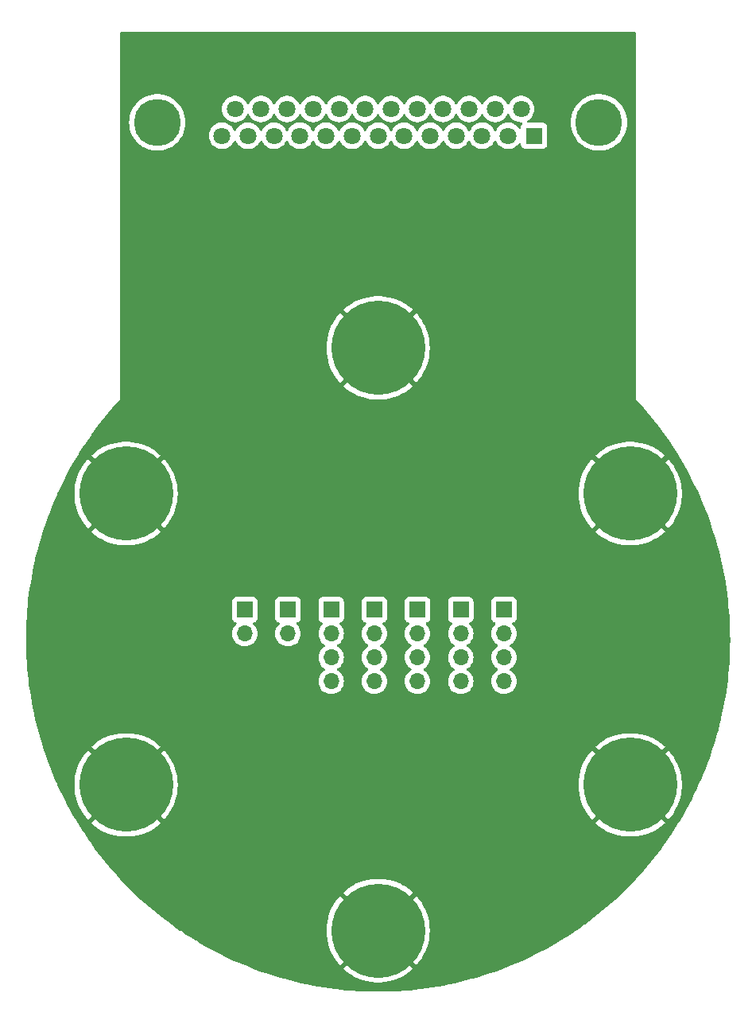
<source format=gbr>
%TF.GenerationSoftware,KiCad,Pcbnew,7.0.2*%
%TF.CreationDate,2023-11-03T12:40:05-06:00*%
%TF.ProjectId,KF40_DB25_Pinheader,4b463430-5f44-4423-9235-5f50696e6865,rev?*%
%TF.SameCoordinates,Original*%
%TF.FileFunction,Copper,L3,Inr*%
%TF.FilePolarity,Positive*%
%FSLAX46Y46*%
G04 Gerber Fmt 4.6, Leading zero omitted, Abs format (unit mm)*
G04 Created by KiCad (PCBNEW 7.0.2) date 2023-11-03 12:40:05*
%MOMM*%
%LPD*%
G01*
G04 APERTURE LIST*
%TA.AperFunction,ComponentPad*%
%ADD10C,10.000000*%
%TD*%
%TA.AperFunction,ComponentPad*%
%ADD11C,5.000000*%
%TD*%
%TA.AperFunction,ComponentPad*%
%ADD12C,1.800000*%
%TD*%
%TA.AperFunction,ComponentPad*%
%ADD13R,1.800000X1.800000*%
%TD*%
%TA.AperFunction,ComponentPad*%
%ADD14O,1.700000X1.700000*%
%TD*%
%TA.AperFunction,ComponentPad*%
%ADD15R,1.700000X1.700000*%
%TD*%
G04 APERTURE END LIST*
D10*
%TO.N,GND*%
%TO.C,H2*%
X26846788Y-15500000D03*
%TD*%
D11*
%TO.N,N/C*%
%TO.C,J1*%
X-23520000Y55000000D03*
X23520000Y55000000D03*
D12*
%TO.N,Net-(J1-P25)*%
X-15235000Y56420000D03*
%TO.N,Net-(J1-P24)*%
X-12465000Y56420000D03*
%TO.N,Net-(J1-P23)*%
X-9695000Y56420000D03*
%TO.N,Net-(J1-P22)*%
X-6925000Y56420000D03*
%TO.N,Net-(J1-P21)*%
X-4155000Y56420000D03*
%TO.N,Net-(J1-P20)*%
X-1385000Y56420000D03*
%TO.N,Net-(J1-P19)*%
X1385000Y56420000D03*
%TO.N,Net-(J1-P18)*%
X4155000Y56420000D03*
%TO.N,Net-(J1-P17)*%
X6925000Y56420000D03*
%TO.N,Net-(J1-P16)*%
X9695000Y56420000D03*
%TO.N,Net-(J1-P15)*%
X12465000Y56420000D03*
%TO.N,Net-(J1-P14)*%
X15235000Y56420000D03*
%TO.N,unconnected-(J1-Pad13)*%
X-16620000Y53580000D03*
%TO.N,Net-(J8-Pin_1)*%
X-13850000Y53580000D03*
%TO.N,Net-(J7-Pin_1)*%
X-11080000Y53580000D03*
%TO.N,Net-(J6-Pin_3)*%
X-8310000Y53580000D03*
%TO.N,Net-(J6-Pin_1)*%
X-5540000Y53580000D03*
%TO.N,Net-(J5-Pin_3)*%
X-2770000Y53580000D03*
%TO.N,Net-(J5-Pin_1)*%
X0Y53580000D03*
%TO.N,Net-(J4-Pin_3)*%
X2770000Y53580000D03*
%TO.N,Net-(J4-Pin_1)*%
X5540000Y53580000D03*
%TO.N,Net-(J3-Pin_3)*%
X8310000Y53580000D03*
%TO.N,Net-(J3-Pin_1)*%
X11080000Y53580000D03*
%TO.N,Net-(J2-Pin_3)*%
X13850000Y53580000D03*
D13*
%TO.N,Net-(J2-Pin_1)*%
X16620000Y53580000D03*
%TD*%
D10*
%TO.N,GND*%
%TO.C,H6*%
X-26846788Y15500000D03*
%TD*%
%TO.N,GND*%
%TO.C,H4*%
X-26846788Y-15500000D03*
%TD*%
%TO.N,GND*%
%TO.C,H1*%
X26846788Y15500000D03*
%TD*%
%TO.N,GND*%
%TO.C,H5*%
X0Y31000000D03*
%TD*%
%TO.N,GND*%
%TO.C,H3*%
X0Y-31000000D03*
%TD*%
D14*
%TO.N,Net-(J1-P23)*%
%TO.C,J6*%
X-5000000Y-4480000D03*
%TO.N,Net-(J6-Pin_3)*%
X-5000000Y-1940000D03*
%TO.N,Net-(J1-P22)*%
X-5000000Y600000D03*
D15*
%TO.N,Net-(J6-Pin_1)*%
X-5000000Y3140000D03*
%TD*%
D14*
%TO.N,Net-(J1-P24)*%
%TO.C,J7*%
X-9600000Y600000D03*
D15*
%TO.N,Net-(J7-Pin_1)*%
X-9600000Y3140000D03*
%TD*%
D14*
%TO.N,Net-(J1-P21)*%
%TO.C,J5*%
X-400000Y-4480000D03*
%TO.N,Net-(J5-Pin_3)*%
X-400000Y-1940000D03*
%TO.N,Net-(J1-P20)*%
X-400000Y600000D03*
D15*
%TO.N,Net-(J5-Pin_1)*%
X-400000Y3140000D03*
%TD*%
D14*
%TO.N,Net-(J1-P25)*%
%TO.C,J8*%
X-14200000Y600000D03*
D15*
%TO.N,Net-(J8-Pin_1)*%
X-14200000Y3140000D03*
%TD*%
D14*
%TO.N,Net-(J1-P17)*%
%TO.C,J3*%
X8800000Y-4480000D03*
%TO.N,Net-(J3-Pin_3)*%
X8800000Y-1940000D03*
%TO.N,Net-(J1-P16)*%
X8800000Y600000D03*
D15*
%TO.N,Net-(J3-Pin_1)*%
X8800000Y3140000D03*
%TD*%
D14*
%TO.N,Net-(J1-P15)*%
%TO.C,J2*%
X13400000Y-4480000D03*
%TO.N,Net-(J2-Pin_3)*%
X13400000Y-1940000D03*
%TO.N,Net-(J1-P14)*%
X13400000Y600000D03*
D15*
%TO.N,Net-(J2-Pin_1)*%
X13400000Y3140000D03*
%TD*%
D14*
%TO.N,Net-(J1-P19)*%
%TO.C,J4*%
X4200000Y-4480000D03*
%TO.N,Net-(J4-Pin_3)*%
X4200000Y-1940000D03*
%TO.N,Net-(J1-P18)*%
X4200000Y600000D03*
D15*
%TO.N,Net-(J4-Pin_1)*%
X4200000Y3140000D03*
%TD*%
%TA.AperFunction,Conductor*%
%TO.N,GND*%
G36*
X27442539Y64579815D02*
G01*
X27488294Y64527011D01*
X27499500Y64475500D01*
X27499500Y25507599D01*
X27499396Y25502532D01*
X27499287Y25499867D01*
X27502354Y25496627D01*
X28310539Y24596206D01*
X28313176Y24593171D01*
X29093084Y23665426D01*
X29095621Y23662307D01*
X29845034Y22709775D01*
X29847469Y22706575D01*
X30534649Y21772335D01*
X30566428Y21729058D01*
X30568698Y21725861D01*
X31159240Y20865924D01*
X31257082Y20723134D01*
X31259232Y20719888D01*
X31780381Y19905634D01*
X31914667Y19695239D01*
X31916695Y19691950D01*
X32384387Y18906227D01*
X32538425Y18646565D01*
X32540331Y18643236D01*
X32963717Y17876426D01*
X33127763Y17578107D01*
X33129547Y17574742D01*
X33514405Y16820943D01*
X33682031Y16491043D01*
X33683692Y16487647D01*
X34034009Y15742815D01*
X34200625Y15386553D01*
X34202163Y15383132D01*
X34520707Y14644588D01*
X34683028Y14265748D01*
X34684443Y14262304D01*
X34973170Y13528326D01*
X35128713Y13129841D01*
X35130005Y13126381D01*
X35390400Y12395731D01*
X35537193Y11980084D01*
X35538363Y11976610D01*
X35771545Y11248478D01*
X35908068Y10817602D01*
X35909116Y10814118D01*
X36115972Y10087924D01*
X36240915Y9643716D01*
X36241842Y9640227D01*
X36423059Y8915654D01*
X36535406Y8459596D01*
X36536212Y8456106D01*
X36692336Y7733013D01*
X36791207Y7266573D01*
X36791894Y7263087D01*
X36923318Y6541768D01*
X37008081Y6065756D01*
X37008649Y6062278D01*
X37115750Y5342901D01*
X37185757Y4858641D01*
X37186209Y4855174D01*
X37269367Y4137573D01*
X37324073Y3646370D01*
X37324409Y3642918D01*
X37383888Y2927456D01*
X37422879Y2430238D01*
X37423101Y2426806D01*
X37459142Y1713985D01*
X37482074Y1211485D01*
X37482183Y1208075D01*
X37495026Y498212D01*
X37501590Y-8508D01*
X37501587Y-11892D01*
X37491457Y-718432D01*
X37481405Y-1228490D01*
X37481293Y-1231842D01*
X37448411Y-1934506D01*
X37421545Y-2447162D01*
X37421326Y-2450481D01*
X37365906Y-3148868D01*
X37322074Y-3663219D01*
X37321750Y-3666501D01*
X37244010Y-4360113D01*
X37183091Y-4875428D01*
X37182665Y-4878669D01*
X37082830Y-5566974D01*
X37004755Y-6082443D01*
X37004227Y-6085642D01*
X36882519Y-6768156D01*
X36787244Y-7283026D01*
X36786618Y-7286178D01*
X36643287Y-7962316D01*
X36530805Y-8475848D01*
X36530084Y-8478950D01*
X36365361Y-9148242D01*
X36235675Y-9659786D01*
X36234861Y-9662835D01*
X36049039Y-10324603D01*
X35902200Y-10833449D01*
X35901295Y-10836443D01*
X35694608Y-11490281D01*
X35530732Y-11995609D01*
X35529739Y-11998545D01*
X35302480Y-12643873D01*
X35121658Y-13145065D01*
X35120580Y-13147941D01*
X34873027Y-13784254D01*
X34675399Y-14280629D01*
X34674239Y-14283442D01*
X34406721Y-14910143D01*
X34192442Y-15401061D01*
X34191203Y-15403808D01*
X33904042Y-16020360D01*
X33673293Y-16505187D01*
X33671978Y-16507867D01*
X33365550Y-17113657D01*
X33118497Y-17591853D01*
X33117108Y-17594464D01*
X32791724Y-18189043D01*
X32528684Y-18659826D01*
X32527225Y-18662366D01*
X32183243Y-19245225D01*
X31904386Y-19708139D01*
X31902860Y-19710607D01*
X31540706Y-20281149D01*
X31246386Y-20735484D01*
X31244796Y-20737877D01*
X30864816Y-21295672D01*
X30555256Y-21740964D01*
X30553606Y-21743281D01*
X30156303Y-22287695D01*
X29831813Y-22723392D01*
X29830105Y-22725631D01*
X29415854Y-23256247D01*
X29076795Y-23681763D01*
X29075034Y-23683923D01*
X28644289Y-24200242D01*
X28290980Y-24615095D01*
X28289167Y-24617175D01*
X27842419Y-25118684D01*
X27475300Y-25522279D01*
X27473441Y-25524279D01*
X27011065Y-26010624D01*
X26630501Y-26402496D01*
X26628598Y-26404414D01*
X26151163Y-26875054D01*
X25757483Y-27254798D01*
X25755539Y-27256633D01*
X25263605Y-27711077D01*
X24857185Y-28078263D01*
X24855204Y-28080015D01*
X24349294Y-28517839D01*
X23930680Y-28871919D01*
X23928664Y-28873588D01*
X23409178Y-29294494D01*
X22978781Y-29635070D01*
X22976734Y-29636655D01*
X22444290Y-30040184D01*
X22002614Y-30366815D01*
X22000540Y-30368316D01*
X21455607Y-30754148D01*
X21003168Y-31066415D01*
X21001070Y-31067832D01*
X20444248Y-31435575D01*
X19981492Y-31733137D01*
X19979373Y-31734470D01*
X19411267Y-32083754D01*
X18937584Y-32366922D01*
X18937526Y-32366955D01*
X18361409Y-32695916D01*
X18357698Y-32698035D01*
X17874723Y-32965752D01*
X17284688Y-33277742D01*
X16792944Y-33529694D01*
X16193402Y-33822245D01*
X15693384Y-34058156D01*
X15084966Y-34330984D01*
X14577244Y-34550560D01*
X13960521Y-34803429D01*
X13445689Y-35006394D01*
X12821327Y-35239049D01*
X12299872Y-35425194D01*
X11668587Y-35637385D01*
X11210255Y-35784312D01*
X11141037Y-35806501D01*
X10503434Y-35998045D01*
X9970498Y-36149889D01*
X9327102Y-36320640D01*
X8789417Y-36455021D01*
X8140951Y-36604794D01*
X7598970Y-36721591D01*
X6946176Y-36850223D01*
X6400535Y-36949289D01*
X6358963Y-36956088D01*
X5744038Y-37056669D01*
X5195314Y-37137887D01*
X4535809Y-37223912D01*
X4247346Y-37257025D01*
X3984647Y-37287181D01*
X3322710Y-37351777D01*
X2769733Y-37397020D01*
X2106134Y-37440117D01*
X2054343Y-37442656D01*
X1551938Y-37467285D01*
X887276Y-37488845D01*
X754798Y-37491008D01*
X332429Y-37497904D01*
X-332490Y-37497904D01*
X-439300Y-37496159D01*
X-887283Y-37488845D01*
X-1551945Y-37467285D01*
X-2106138Y-37440117D01*
X-2769740Y-37397020D01*
X-3322718Y-37351777D01*
X-3984652Y-37287180D01*
X-4389140Y-37240748D01*
X-4535803Y-37223913D01*
X-5195320Y-37137887D01*
X-5744045Y-37056668D01*
X-6400536Y-36949288D01*
X-6946183Y-36850223D01*
X-7598976Y-36721589D01*
X-8140959Y-36604792D01*
X-8789409Y-36455023D01*
X-9327108Y-36320638D01*
X-9970504Y-36149888D01*
X-10503442Y-35998043D01*
X-11141051Y-35806497D01*
X-11668596Y-35637383D01*
X-12299876Y-35425192D01*
X-12821336Y-35239046D01*
X-13445694Y-35006392D01*
X-13960529Y-34803425D01*
X-14577234Y-34550564D01*
X-14795418Y-34456206D01*
X-15084975Y-34330980D01*
X-15693388Y-34058154D01*
X-16193411Y-33822242D01*
X-16792948Y-33529692D01*
X-17284697Y-33277737D01*
X-17874726Y-32965750D01*
X-18357707Y-32698029D01*
X-18937588Y-32366920D01*
X-18937623Y-32366899D01*
X-19398107Y-32091621D01*
X-19411272Y-32083751D01*
X-19979373Y-31734470D01*
X-19981492Y-31733137D01*
X-20444247Y-31435575D01*
X-21001070Y-31067832D01*
X-21003169Y-31066415D01*
X-21095577Y-31002636D01*
X-5504848Y-31002636D01*
X-5485239Y-31464217D01*
X-5484793Y-31469462D01*
X-5426109Y-31927738D01*
X-5425222Y-31932911D01*
X-5327887Y-32384547D01*
X-5326558Y-32389651D01*
X-5191269Y-32831416D01*
X-5189523Y-32836357D01*
X-5017259Y-33265053D01*
X-5015090Y-33269850D01*
X-4807092Y-33682391D01*
X-4804530Y-33686978D01*
X-4562292Y-34080397D01*
X-4559344Y-34084758D01*
X-4284623Y-34456206D01*
X-4281313Y-34460305D01*
X-4062490Y-34708937D01*
X-1938580Y-32585027D01*
X-1930092Y-32596711D01*
X-1714751Y-32826025D01*
X-1582160Y-32935713D01*
X-3709434Y-35062987D01*
X-3638884Y-35130603D01*
X-3634939Y-35134075D01*
X-3275497Y-35424304D01*
X-3271236Y-35427455D01*
X-2888465Y-35686164D01*
X-2884001Y-35688912D01*
X-2480661Y-35914232D01*
X-2475942Y-35916611D01*
X-2054959Y-36106907D01*
X-2050079Y-36108868D01*
X-1614458Y-36262783D01*
X-1609431Y-36264323D01*
X-1162330Y-36380738D01*
X-1157179Y-36381848D01*
X-701818Y-36459927D01*
X-696610Y-36460594D01*
X-236261Y-36499776D01*
X-231006Y-36500000D01*
X231006Y-36500000D01*
X236261Y-36499776D01*
X696610Y-36460594D01*
X701818Y-36459927D01*
X1157179Y-36381848D01*
X1162330Y-36380738D01*
X1609431Y-36264323D01*
X1614458Y-36262783D01*
X2050079Y-36108868D01*
X2054959Y-36106907D01*
X2475942Y-35916611D01*
X2480661Y-35914232D01*
X2884001Y-35688912D01*
X2888465Y-35686164D01*
X3271236Y-35427455D01*
X3275497Y-35424304D01*
X3634939Y-35134075D01*
X3638884Y-35130603D01*
X3709434Y-35062987D01*
X1582160Y-32935713D01*
X1714751Y-32826025D01*
X1930092Y-32596711D01*
X1938580Y-32585027D01*
X4062490Y-34708937D01*
X4281313Y-34460305D01*
X4284623Y-34456206D01*
X4559344Y-34084758D01*
X4562292Y-34080397D01*
X4804530Y-33686978D01*
X4807092Y-33682391D01*
X5015090Y-33269850D01*
X5017259Y-33265053D01*
X5189523Y-32836357D01*
X5191269Y-32831416D01*
X5326558Y-32389651D01*
X5327887Y-32384547D01*
X5425222Y-31932911D01*
X5426109Y-31927738D01*
X5484793Y-31469462D01*
X5485239Y-31464217D01*
X5504848Y-31002636D01*
X5504848Y-30997363D01*
X5485239Y-30535782D01*
X5484793Y-30530537D01*
X5426109Y-30072261D01*
X5425222Y-30067088D01*
X5327887Y-29615452D01*
X5326558Y-29610348D01*
X5191269Y-29168583D01*
X5189523Y-29163642D01*
X5017259Y-28734946D01*
X5015090Y-28730149D01*
X4807092Y-28317608D01*
X4804530Y-28313021D01*
X4562292Y-27919602D01*
X4559344Y-27915241D01*
X4284623Y-27543793D01*
X4281313Y-27539694D01*
X4062489Y-27291062D01*
X1938579Y-29414971D01*
X1930092Y-29403289D01*
X1714751Y-29173975D01*
X1582159Y-29064286D01*
X3709434Y-26937012D01*
X3638897Y-26869408D01*
X3634925Y-26865913D01*
X3275497Y-26575695D01*
X3271236Y-26572544D01*
X2888465Y-26313835D01*
X2884001Y-26311087D01*
X2480661Y-26085767D01*
X2475942Y-26083388D01*
X2054959Y-25893092D01*
X2050079Y-25891131D01*
X1614458Y-25737216D01*
X1609431Y-25735676D01*
X1162330Y-25619261D01*
X1157179Y-25618151D01*
X701818Y-25540072D01*
X696610Y-25539405D01*
X236261Y-25500223D01*
X231006Y-25500000D01*
X-231006Y-25500000D01*
X-236261Y-25500223D01*
X-696610Y-25539405D01*
X-701818Y-25540072D01*
X-1157179Y-25618151D01*
X-1162330Y-25619261D01*
X-1609431Y-25735676D01*
X-1614458Y-25737216D01*
X-2050079Y-25891131D01*
X-2054959Y-25893092D01*
X-2475942Y-26083388D01*
X-2480661Y-26085767D01*
X-2884001Y-26311087D01*
X-2888465Y-26313835D01*
X-3271236Y-26572544D01*
X-3275497Y-26575695D01*
X-3634925Y-26865913D01*
X-3638897Y-26869408D01*
X-3709434Y-26937012D01*
X-1582159Y-29064286D01*
X-1714751Y-29173975D01*
X-1930092Y-29403289D01*
X-1938579Y-29414971D01*
X-4062489Y-27291062D01*
X-4281313Y-27539694D01*
X-4284623Y-27543793D01*
X-4559344Y-27915241D01*
X-4562292Y-27919602D01*
X-4804530Y-28313021D01*
X-4807092Y-28317608D01*
X-5015090Y-28730149D01*
X-5017259Y-28734946D01*
X-5189523Y-29163642D01*
X-5191269Y-29168583D01*
X-5326558Y-29610348D01*
X-5327887Y-29615452D01*
X-5425222Y-30067088D01*
X-5426109Y-30072261D01*
X-5484793Y-30530537D01*
X-5485239Y-30535782D01*
X-5504848Y-30997363D01*
X-5504848Y-31002636D01*
X-21095577Y-31002636D01*
X-21455607Y-30754148D01*
X-22000540Y-30368316D01*
X-22002615Y-30366815D01*
X-22444290Y-30040184D01*
X-22976734Y-29636655D01*
X-22978781Y-29635070D01*
X-23409178Y-29294494D01*
X-23928663Y-28873588D01*
X-23930679Y-28871919D01*
X-24349292Y-28517840D01*
X-24855203Y-28080015D01*
X-24857185Y-28078263D01*
X-25263605Y-27711077D01*
X-25755539Y-27256633D01*
X-25757483Y-27254798D01*
X-26151163Y-26875054D01*
X-26628598Y-26404414D01*
X-26630501Y-26402496D01*
X-27011065Y-26010624D01*
X-27473441Y-25524279D01*
X-27475300Y-25522279D01*
X-27842419Y-25118684D01*
X-28289167Y-24617175D01*
X-28290980Y-24615095D01*
X-28644289Y-24200242D01*
X-29075034Y-23683923D01*
X-29076795Y-23681763D01*
X-29415854Y-23256247D01*
X-29830105Y-22725632D01*
X-29831812Y-22723392D01*
X-30156303Y-22287695D01*
X-30553606Y-21743281D01*
X-30555257Y-21740964D01*
X-30864816Y-21295672D01*
X-31244795Y-20737877D01*
X-31246385Y-20735484D01*
X-31540706Y-20281149D01*
X-31902861Y-19710606D01*
X-31904387Y-19708138D01*
X-32183243Y-19245225D01*
X-32527224Y-18662367D01*
X-32528683Y-18659826D01*
X-32791724Y-18189043D01*
X-33117107Y-17594464D01*
X-33118496Y-17591853D01*
X-33365550Y-17113657D01*
X-33671977Y-16507867D01*
X-33673293Y-16505187D01*
X-33904042Y-16020361D01*
X-34145173Y-15502636D01*
X-32351636Y-15502636D01*
X-32332027Y-15964217D01*
X-32331581Y-15969462D01*
X-32272897Y-16427738D01*
X-32272010Y-16432911D01*
X-32174675Y-16884547D01*
X-32173346Y-16889651D01*
X-32038057Y-17331416D01*
X-32036311Y-17336357D01*
X-31864047Y-17765053D01*
X-31861878Y-17769850D01*
X-31653880Y-18182391D01*
X-31651318Y-18186978D01*
X-31409080Y-18580397D01*
X-31406132Y-18584758D01*
X-31131411Y-18956206D01*
X-31128101Y-18960305D01*
X-30909278Y-19208937D01*
X-28785368Y-17085027D01*
X-28776880Y-17096711D01*
X-28561539Y-17326025D01*
X-28428948Y-17435713D01*
X-30556222Y-19562987D01*
X-30485672Y-19630603D01*
X-30481727Y-19634075D01*
X-30122285Y-19924304D01*
X-30118024Y-19927455D01*
X-29735253Y-20186164D01*
X-29730789Y-20188912D01*
X-29327449Y-20414232D01*
X-29322730Y-20416611D01*
X-28901747Y-20606907D01*
X-28896867Y-20608868D01*
X-28461246Y-20762783D01*
X-28456219Y-20764323D01*
X-28009118Y-20880738D01*
X-28003967Y-20881848D01*
X-27548606Y-20959927D01*
X-27543398Y-20960594D01*
X-27083049Y-20999776D01*
X-27077794Y-21000000D01*
X-26615782Y-21000000D01*
X-26610526Y-20999776D01*
X-26150177Y-20960594D01*
X-26144969Y-20959927D01*
X-25689608Y-20881848D01*
X-25684457Y-20880738D01*
X-25237356Y-20764323D01*
X-25232329Y-20762783D01*
X-24796708Y-20608868D01*
X-24791828Y-20606907D01*
X-24370845Y-20416611D01*
X-24366126Y-20414232D01*
X-23962786Y-20188912D01*
X-23958322Y-20186164D01*
X-23575551Y-19927455D01*
X-23571290Y-19924304D01*
X-23211862Y-19634086D01*
X-23207890Y-19630591D01*
X-23137352Y-19562987D01*
X-25264627Y-17435713D01*
X-25132037Y-17326025D01*
X-24916696Y-17096711D01*
X-24908206Y-17085026D01*
X-22784297Y-19208936D01*
X-22565474Y-18960305D01*
X-22562164Y-18956206D01*
X-22287443Y-18584758D01*
X-22284495Y-18580397D01*
X-22042257Y-18186978D01*
X-22039695Y-18182391D01*
X-21831697Y-17769850D01*
X-21829528Y-17765053D01*
X-21657264Y-17336357D01*
X-21655518Y-17331416D01*
X-21520229Y-16889651D01*
X-21518900Y-16884547D01*
X-21421565Y-16432911D01*
X-21420678Y-16427738D01*
X-21361994Y-15969462D01*
X-21361548Y-15964217D01*
X-21341940Y-15502636D01*
X21341940Y-15502636D01*
X21361548Y-15964217D01*
X21361994Y-15969462D01*
X21420678Y-16427738D01*
X21421565Y-16432911D01*
X21518900Y-16884547D01*
X21520229Y-16889651D01*
X21655518Y-17331416D01*
X21657264Y-17336357D01*
X21829528Y-17765053D01*
X21831697Y-17769850D01*
X22039695Y-18182391D01*
X22042257Y-18186978D01*
X22284495Y-18580397D01*
X22287443Y-18584758D01*
X22562164Y-18956206D01*
X22565474Y-18960305D01*
X22784297Y-19208936D01*
X24908206Y-17085026D01*
X24916696Y-17096711D01*
X25132037Y-17326025D01*
X25264627Y-17435713D01*
X23137352Y-19562987D01*
X23207890Y-19630591D01*
X23211862Y-19634086D01*
X23571290Y-19924304D01*
X23575551Y-19927455D01*
X23958322Y-20186164D01*
X23962786Y-20188912D01*
X24366126Y-20414232D01*
X24370845Y-20416611D01*
X24791828Y-20606907D01*
X24796708Y-20608868D01*
X25232329Y-20762783D01*
X25237356Y-20764323D01*
X25684457Y-20880738D01*
X25689608Y-20881848D01*
X26144969Y-20959927D01*
X26150177Y-20960594D01*
X26610526Y-20999776D01*
X26615782Y-21000000D01*
X27077794Y-21000000D01*
X27083049Y-20999776D01*
X27543398Y-20960594D01*
X27548606Y-20959927D01*
X28003967Y-20881848D01*
X28009118Y-20880738D01*
X28456219Y-20764323D01*
X28461246Y-20762783D01*
X28896867Y-20608868D01*
X28901747Y-20606907D01*
X29322730Y-20416611D01*
X29327449Y-20414232D01*
X29730789Y-20188912D01*
X29735253Y-20186164D01*
X30118024Y-19927455D01*
X30122285Y-19924304D01*
X30481727Y-19634075D01*
X30485672Y-19630603D01*
X30556222Y-19562987D01*
X28428948Y-17435713D01*
X28561539Y-17326025D01*
X28776880Y-17096711D01*
X28785368Y-17085027D01*
X30909278Y-19208937D01*
X31128101Y-18960305D01*
X31131411Y-18956206D01*
X31406132Y-18584758D01*
X31409080Y-18580397D01*
X31651318Y-18186978D01*
X31653880Y-18182391D01*
X31861878Y-17769850D01*
X31864047Y-17765053D01*
X32036311Y-17336357D01*
X32038057Y-17331416D01*
X32173346Y-16889651D01*
X32174675Y-16884547D01*
X32272010Y-16432911D01*
X32272897Y-16427738D01*
X32331581Y-15969462D01*
X32332027Y-15964217D01*
X32351636Y-15502636D01*
X32351636Y-15497363D01*
X32332027Y-15035782D01*
X32331581Y-15030537D01*
X32272897Y-14572261D01*
X32272010Y-14567088D01*
X32174675Y-14115452D01*
X32173346Y-14110348D01*
X32038057Y-13668583D01*
X32036311Y-13663642D01*
X31864047Y-13234946D01*
X31861878Y-13230149D01*
X31653880Y-12817608D01*
X31651318Y-12813021D01*
X31409080Y-12419602D01*
X31406132Y-12415241D01*
X31131411Y-12043793D01*
X31128101Y-12039694D01*
X30909277Y-11791062D01*
X28785367Y-13914971D01*
X28776880Y-13903289D01*
X28561539Y-13673975D01*
X28428947Y-13564285D01*
X30556222Y-11437012D01*
X30485685Y-11369408D01*
X30481713Y-11365913D01*
X30122285Y-11075695D01*
X30118024Y-11072544D01*
X29735253Y-10813835D01*
X29730789Y-10811087D01*
X29327449Y-10585767D01*
X29322730Y-10583388D01*
X28901747Y-10393092D01*
X28896867Y-10391131D01*
X28461246Y-10237216D01*
X28456219Y-10235676D01*
X28009118Y-10119261D01*
X28003967Y-10118151D01*
X27548606Y-10040072D01*
X27543398Y-10039405D01*
X27083049Y-10000223D01*
X27077794Y-10000000D01*
X26615782Y-10000000D01*
X26610526Y-10000223D01*
X26150177Y-10039405D01*
X26144969Y-10040072D01*
X25689608Y-10118151D01*
X25684457Y-10119261D01*
X25237356Y-10235676D01*
X25232329Y-10237216D01*
X24796708Y-10391131D01*
X24791828Y-10393092D01*
X24370845Y-10583388D01*
X24366126Y-10585767D01*
X23962786Y-10811087D01*
X23958322Y-10813835D01*
X23575551Y-11072544D01*
X23571290Y-11075695D01*
X23211849Y-11365923D01*
X23207902Y-11369397D01*
X23137353Y-11437011D01*
X23137353Y-11437012D01*
X25264627Y-13564286D01*
X25132037Y-13673975D01*
X24916696Y-13903289D01*
X24908207Y-13914972D01*
X22784297Y-11791062D01*
X22565464Y-12039704D01*
X22562171Y-12043783D01*
X22287443Y-12415241D01*
X22284495Y-12419602D01*
X22042257Y-12813021D01*
X22039695Y-12817608D01*
X21831697Y-13230149D01*
X21829528Y-13234946D01*
X21657264Y-13663642D01*
X21655518Y-13668583D01*
X21520229Y-14110348D01*
X21518900Y-14115452D01*
X21421565Y-14567088D01*
X21420678Y-14572261D01*
X21361994Y-15030537D01*
X21361548Y-15035782D01*
X21341940Y-15497363D01*
X21341940Y-15502636D01*
X-21341940Y-15502636D01*
X-21341940Y-15497363D01*
X-21361548Y-15035782D01*
X-21361994Y-15030537D01*
X-21420678Y-14572261D01*
X-21421565Y-14567088D01*
X-21518900Y-14115452D01*
X-21520229Y-14110348D01*
X-21655518Y-13668583D01*
X-21657264Y-13663642D01*
X-21829528Y-13234946D01*
X-21831697Y-13230149D01*
X-22039695Y-12817608D01*
X-22042257Y-12813021D01*
X-22284495Y-12419602D01*
X-22287443Y-12415241D01*
X-22562171Y-12043783D01*
X-22565464Y-12039704D01*
X-22784297Y-11791062D01*
X-24908207Y-13914972D01*
X-24916696Y-13903289D01*
X-25132037Y-13673975D01*
X-25264627Y-13564286D01*
X-23137353Y-11437012D01*
X-23137353Y-11437011D01*
X-23207902Y-11369397D01*
X-23211849Y-11365923D01*
X-23571290Y-11075695D01*
X-23575551Y-11072544D01*
X-23958322Y-10813835D01*
X-23962786Y-10811087D01*
X-24366126Y-10585767D01*
X-24370845Y-10583388D01*
X-24791828Y-10393092D01*
X-24796708Y-10391131D01*
X-25232329Y-10237216D01*
X-25237356Y-10235676D01*
X-25684457Y-10119261D01*
X-25689608Y-10118151D01*
X-26144969Y-10040072D01*
X-26150177Y-10039405D01*
X-26610526Y-10000223D01*
X-26615782Y-10000000D01*
X-27077794Y-10000000D01*
X-27083049Y-10000223D01*
X-27543398Y-10039405D01*
X-27548606Y-10040072D01*
X-28003967Y-10118151D01*
X-28009118Y-10119261D01*
X-28456219Y-10235676D01*
X-28461246Y-10237216D01*
X-28896867Y-10391131D01*
X-28901747Y-10393092D01*
X-29322730Y-10583388D01*
X-29327449Y-10585767D01*
X-29730789Y-10811087D01*
X-29735253Y-10813835D01*
X-30118024Y-11072544D01*
X-30122285Y-11075695D01*
X-30481713Y-11365913D01*
X-30485685Y-11369408D01*
X-30556222Y-11437012D01*
X-28428947Y-13564285D01*
X-28561539Y-13673975D01*
X-28776880Y-13903289D01*
X-28785367Y-13914971D01*
X-30909277Y-11791062D01*
X-31128101Y-12039694D01*
X-31131411Y-12043793D01*
X-31406132Y-12415241D01*
X-31409080Y-12419602D01*
X-31651318Y-12813021D01*
X-31653880Y-12817608D01*
X-31861878Y-13230149D01*
X-31864047Y-13234946D01*
X-32036311Y-13663642D01*
X-32038057Y-13668583D01*
X-32173346Y-14110348D01*
X-32174675Y-14115452D01*
X-32272010Y-14567088D01*
X-32272897Y-14572261D01*
X-32331581Y-15030537D01*
X-32332027Y-15035782D01*
X-32351636Y-15497363D01*
X-32351636Y-15502636D01*
X-34145173Y-15502636D01*
X-34191202Y-15403809D01*
X-34192442Y-15401061D01*
X-34406721Y-14910143D01*
X-34674240Y-14283441D01*
X-34675400Y-14280628D01*
X-34873027Y-13784254D01*
X-35120579Y-13147941D01*
X-35121657Y-13145065D01*
X-35302480Y-12643874D01*
X-35529739Y-11998546D01*
X-35530732Y-11995610D01*
X-35694608Y-11490282D01*
X-35901294Y-10836444D01*
X-35902200Y-10833449D01*
X-36049039Y-10324603D01*
X-36234860Y-9662836D01*
X-36235674Y-9659786D01*
X-36365360Y-9148242D01*
X-36530084Y-8478951D01*
X-36530805Y-8475848D01*
X-36643287Y-7962316D01*
X-36786618Y-7286177D01*
X-36787244Y-7283026D01*
X-36882519Y-6768156D01*
X-37004227Y-6085641D01*
X-37004755Y-6082443D01*
X-37082830Y-5566974D01*
X-37182665Y-4878669D01*
X-37183092Y-4875427D01*
X-37229838Y-4480000D01*
X-6355659Y-4480000D01*
X-6335063Y-4715408D01*
X-6273903Y-4943663D01*
X-6174035Y-5157830D01*
X-6038495Y-5351401D01*
X-5871401Y-5518495D01*
X-5677830Y-5654035D01*
X-5463663Y-5753903D01*
X-5235408Y-5815063D01*
X-5000000Y-5835659D01*
X-4764592Y-5815063D01*
X-4764592Y-5815062D01*
X-4536337Y-5753903D01*
X-4322170Y-5654035D01*
X-4128599Y-5518495D01*
X-3961505Y-5351401D01*
X-3825965Y-5157830D01*
X-3726097Y-4943663D01*
X-3707813Y-4875427D01*
X-3664936Y-4715407D01*
X-3644340Y-4480000D01*
X-1755659Y-4480000D01*
X-1735063Y-4715408D01*
X-1673903Y-4943663D01*
X-1574035Y-5157830D01*
X-1438495Y-5351401D01*
X-1271401Y-5518495D01*
X-1077830Y-5654035D01*
X-863663Y-5753903D01*
X-635408Y-5815063D01*
X-400000Y-5835659D01*
X-164592Y-5815063D01*
X-164591Y-5815062D01*
X63663Y-5753903D01*
X277830Y-5654035D01*
X471401Y-5518495D01*
X638495Y-5351401D01*
X774035Y-5157830D01*
X873903Y-4943663D01*
X935063Y-4715408D01*
X955659Y-4480000D01*
X2844340Y-4480000D01*
X2864936Y-4715407D01*
X2907813Y-4875427D01*
X2926097Y-4943663D01*
X3025965Y-5157830D01*
X3161505Y-5351401D01*
X3328599Y-5518495D01*
X3522170Y-5654035D01*
X3736337Y-5753903D01*
X3964592Y-5815063D01*
X4200000Y-5835659D01*
X4435408Y-5815063D01*
X4663663Y-5753903D01*
X4877830Y-5654035D01*
X5071401Y-5518495D01*
X5238495Y-5351401D01*
X5374035Y-5157830D01*
X5473903Y-4943663D01*
X5535063Y-4715408D01*
X5555659Y-4480000D01*
X7444340Y-4480000D01*
X7464936Y-4715407D01*
X7507813Y-4875427D01*
X7526097Y-4943663D01*
X7625965Y-5157830D01*
X7761505Y-5351401D01*
X7928599Y-5518495D01*
X8122170Y-5654035D01*
X8336337Y-5753903D01*
X8564592Y-5815063D01*
X8800000Y-5835659D01*
X9035408Y-5815063D01*
X9263663Y-5753903D01*
X9477830Y-5654035D01*
X9671401Y-5518495D01*
X9838495Y-5351401D01*
X9974035Y-5157830D01*
X10073903Y-4943663D01*
X10135063Y-4715408D01*
X10155659Y-4480000D01*
X12044340Y-4480000D01*
X12064936Y-4715407D01*
X12107813Y-4875427D01*
X12126097Y-4943663D01*
X12225965Y-5157830D01*
X12361505Y-5351401D01*
X12528599Y-5518495D01*
X12722170Y-5654035D01*
X12936337Y-5753903D01*
X13164592Y-5815063D01*
X13400000Y-5835659D01*
X13635408Y-5815063D01*
X13863663Y-5753903D01*
X14077830Y-5654035D01*
X14271401Y-5518495D01*
X14438495Y-5351401D01*
X14574035Y-5157830D01*
X14673903Y-4943663D01*
X14735063Y-4715408D01*
X14755659Y-4480000D01*
X14735063Y-4244592D01*
X14673903Y-4016337D01*
X14574035Y-3802171D01*
X14438495Y-3608599D01*
X14271401Y-3441505D01*
X14085839Y-3311573D01*
X14042217Y-3256998D01*
X14035024Y-3187499D01*
X14066546Y-3125145D01*
X14085837Y-3108428D01*
X14271401Y-2978495D01*
X14438495Y-2811401D01*
X14574035Y-2617830D01*
X14673903Y-2403663D01*
X14735063Y-2175408D01*
X14755659Y-1940000D01*
X14735063Y-1704592D01*
X14673903Y-1476337D01*
X14574035Y-1262171D01*
X14438495Y-1068599D01*
X14271401Y-901505D01*
X14085839Y-771573D01*
X14042217Y-716998D01*
X14035024Y-647499D01*
X14066546Y-585145D01*
X14085837Y-568428D01*
X14271401Y-438495D01*
X14438495Y-271401D01*
X14574035Y-77830D01*
X14673903Y136337D01*
X14735063Y364592D01*
X14755659Y600000D01*
X14735063Y835408D01*
X14673903Y1063663D01*
X14574035Y1277829D01*
X14438495Y1471401D01*
X14316566Y1593329D01*
X14283084Y1654648D01*
X14288068Y1724340D01*
X14329939Y1780274D01*
X14360916Y1797189D01*
X14430898Y1823291D01*
X14492331Y1846204D01*
X14607546Y1932454D01*
X14693796Y2047669D01*
X14744091Y2182517D01*
X14750500Y2242127D01*
X14750499Y4037872D01*
X14744091Y4097483D01*
X14693796Y4232331D01*
X14607546Y4347546D01*
X14492331Y4433796D01*
X14357483Y4484091D01*
X14297873Y4490500D01*
X12502128Y4490499D01*
X12442517Y4484091D01*
X12307669Y4433796D01*
X12192454Y4347546D01*
X12106204Y4232331D01*
X12055909Y4097483D01*
X12049500Y4037873D01*
X12049500Y4034550D01*
X12049500Y2245439D01*
X12049500Y2245420D01*
X12049501Y2242128D01*
X12049853Y2238848D01*
X12049854Y2238840D01*
X12055909Y2182515D01*
X12106204Y2047669D01*
X12192454Y1932454D01*
X12307669Y1846204D01*
X12439083Y1797189D01*
X12495016Y1755317D01*
X12519433Y1689852D01*
X12504581Y1621580D01*
X12483430Y1593326D01*
X12361505Y1471401D01*
X12225965Y1277829D01*
X12126097Y1063663D01*
X12064936Y835407D01*
X12044340Y600000D01*
X12064936Y364592D01*
X12126097Y136337D01*
X12225965Y-77830D01*
X12361505Y-271401D01*
X12528599Y-438495D01*
X12714160Y-568426D01*
X12757783Y-623002D01*
X12764976Y-692501D01*
X12733454Y-754855D01*
X12714159Y-771575D01*
X12528595Y-901508D01*
X12361505Y-1068598D01*
X12225965Y-1262170D01*
X12126097Y-1476336D01*
X12064936Y-1704592D01*
X12044340Y-1939999D01*
X12064936Y-2175407D01*
X12109709Y-2342502D01*
X12126097Y-2403663D01*
X12225965Y-2617830D01*
X12361505Y-2811401D01*
X12528599Y-2978495D01*
X12714160Y-3108426D01*
X12757783Y-3163002D01*
X12764976Y-3232501D01*
X12733454Y-3294855D01*
X12714159Y-3311575D01*
X12528595Y-3441508D01*
X12361505Y-3608598D01*
X12225965Y-3802170D01*
X12126097Y-4016336D01*
X12064936Y-4244592D01*
X12044340Y-4480000D01*
X10155659Y-4480000D01*
X10135063Y-4244592D01*
X10073903Y-4016337D01*
X9974035Y-3802171D01*
X9838495Y-3608599D01*
X9671401Y-3441505D01*
X9485839Y-3311573D01*
X9442217Y-3256998D01*
X9435024Y-3187499D01*
X9466546Y-3125145D01*
X9485837Y-3108428D01*
X9671401Y-2978495D01*
X9838495Y-2811401D01*
X9974035Y-2617830D01*
X10073903Y-2403663D01*
X10135063Y-2175408D01*
X10155659Y-1940000D01*
X10135063Y-1704592D01*
X10073903Y-1476337D01*
X9974035Y-1262171D01*
X9838495Y-1068599D01*
X9671401Y-901505D01*
X9485839Y-771573D01*
X9442216Y-716998D01*
X9435022Y-647500D01*
X9466545Y-585145D01*
X9485837Y-568428D01*
X9671401Y-438495D01*
X9838495Y-271401D01*
X9974035Y-77830D01*
X10073903Y136337D01*
X10135063Y364592D01*
X10155659Y600000D01*
X10135063Y835408D01*
X10073903Y1063663D01*
X9974035Y1277829D01*
X9838495Y1471401D01*
X9716566Y1593329D01*
X9683084Y1654648D01*
X9688068Y1724340D01*
X9729939Y1780274D01*
X9760916Y1797189D01*
X9830898Y1823291D01*
X9892331Y1846204D01*
X10007546Y1932454D01*
X10093796Y2047669D01*
X10144091Y2182517D01*
X10150500Y2242127D01*
X10150499Y4037872D01*
X10144091Y4097483D01*
X10093796Y4232331D01*
X10007546Y4347546D01*
X9892331Y4433796D01*
X9757483Y4484091D01*
X9697873Y4490500D01*
X7902128Y4490499D01*
X7842517Y4484091D01*
X7707669Y4433796D01*
X7592454Y4347546D01*
X7506204Y4232331D01*
X7455909Y4097483D01*
X7449500Y4037873D01*
X7449500Y4034550D01*
X7449500Y2245439D01*
X7449500Y2245420D01*
X7449501Y2242128D01*
X7449853Y2238848D01*
X7449854Y2238840D01*
X7455909Y2182515D01*
X7506204Y2047669D01*
X7592454Y1932454D01*
X7707669Y1846204D01*
X7839083Y1797189D01*
X7895016Y1755317D01*
X7919433Y1689852D01*
X7904581Y1621580D01*
X7883430Y1593326D01*
X7761505Y1471401D01*
X7625965Y1277829D01*
X7526097Y1063663D01*
X7464936Y835407D01*
X7444340Y600000D01*
X7464936Y364592D01*
X7526097Y136337D01*
X7625965Y-77830D01*
X7761505Y-271401D01*
X7928599Y-438495D01*
X8114160Y-568426D01*
X8157783Y-623002D01*
X8164976Y-692501D01*
X8133454Y-754855D01*
X8114159Y-771575D01*
X7928595Y-901508D01*
X7761505Y-1068598D01*
X7625965Y-1262170D01*
X7526097Y-1476336D01*
X7464936Y-1704592D01*
X7444340Y-1940000D01*
X7464936Y-2175407D01*
X7509709Y-2342502D01*
X7526097Y-2403663D01*
X7625965Y-2617830D01*
X7761505Y-2811401D01*
X7928599Y-2978495D01*
X8114160Y-3108426D01*
X8157783Y-3163002D01*
X8164976Y-3232501D01*
X8133454Y-3294855D01*
X8114159Y-3311575D01*
X7928595Y-3441508D01*
X7761505Y-3608598D01*
X7625965Y-3802170D01*
X7526097Y-4016336D01*
X7464936Y-4244592D01*
X7444340Y-4480000D01*
X5555659Y-4480000D01*
X5535063Y-4244592D01*
X5473903Y-4016337D01*
X5374035Y-3802171D01*
X5238495Y-3608599D01*
X5071401Y-3441505D01*
X4885839Y-3311573D01*
X4842216Y-3256998D01*
X4835022Y-3187500D01*
X4866545Y-3125145D01*
X4885837Y-3108428D01*
X5071401Y-2978495D01*
X5238495Y-2811401D01*
X5374035Y-2617830D01*
X5473903Y-2403663D01*
X5535063Y-2175408D01*
X5555659Y-1940000D01*
X5535063Y-1704592D01*
X5473903Y-1476337D01*
X5374035Y-1262171D01*
X5238495Y-1068599D01*
X5071401Y-901505D01*
X4885839Y-771573D01*
X4842216Y-716998D01*
X4835022Y-647500D01*
X4866545Y-585145D01*
X4885837Y-568428D01*
X5071401Y-438495D01*
X5238495Y-271401D01*
X5374035Y-77830D01*
X5473903Y136337D01*
X5535063Y364592D01*
X5555659Y600000D01*
X5535063Y835408D01*
X5473903Y1063663D01*
X5374035Y1277829D01*
X5238495Y1471401D01*
X5116566Y1593329D01*
X5083084Y1654648D01*
X5088068Y1724340D01*
X5129939Y1780274D01*
X5160916Y1797189D01*
X5230898Y1823291D01*
X5292331Y1846204D01*
X5407546Y1932454D01*
X5493796Y2047669D01*
X5544091Y2182517D01*
X5550500Y2242127D01*
X5550499Y4037872D01*
X5544091Y4097483D01*
X5493796Y4232331D01*
X5407546Y4347546D01*
X5292331Y4433796D01*
X5157483Y4484091D01*
X5097873Y4490500D01*
X3302128Y4490499D01*
X3242517Y4484091D01*
X3107669Y4433796D01*
X2992454Y4347546D01*
X2906204Y4232331D01*
X2855909Y4097483D01*
X2849500Y4037873D01*
X2849500Y4034550D01*
X2849500Y2245439D01*
X2849500Y2245420D01*
X2849501Y2242128D01*
X2849853Y2238848D01*
X2849854Y2238840D01*
X2855909Y2182515D01*
X2906204Y2047669D01*
X2992454Y1932454D01*
X3107669Y1846204D01*
X3239083Y1797189D01*
X3295016Y1755317D01*
X3319433Y1689852D01*
X3304581Y1621580D01*
X3283430Y1593326D01*
X3161505Y1471401D01*
X3025965Y1277829D01*
X2926097Y1063663D01*
X2864936Y835407D01*
X2844340Y600000D01*
X2864936Y364592D01*
X2926097Y136337D01*
X3025965Y-77830D01*
X3161505Y-271401D01*
X3328599Y-438495D01*
X3514160Y-568426D01*
X3557783Y-623002D01*
X3564976Y-692501D01*
X3533454Y-754855D01*
X3514159Y-771575D01*
X3328595Y-901508D01*
X3161505Y-1068598D01*
X3025965Y-1262170D01*
X2926097Y-1476336D01*
X2864936Y-1704592D01*
X2844340Y-1940000D01*
X2864936Y-2175407D01*
X2909709Y-2342502D01*
X2926097Y-2403663D01*
X3025965Y-2617830D01*
X3161505Y-2811401D01*
X3328599Y-2978495D01*
X3514160Y-3108426D01*
X3557783Y-3163002D01*
X3564976Y-3232501D01*
X3533454Y-3294855D01*
X3514159Y-3311575D01*
X3328595Y-3441508D01*
X3161505Y-3608598D01*
X3025965Y-3802170D01*
X2926097Y-4016336D01*
X2864936Y-4244592D01*
X2844340Y-4480000D01*
X955659Y-4480000D01*
X935063Y-4244592D01*
X873903Y-4016337D01*
X774035Y-3802171D01*
X638495Y-3608599D01*
X471401Y-3441505D01*
X285839Y-3311573D01*
X242216Y-3256998D01*
X235022Y-3187500D01*
X266545Y-3125145D01*
X285837Y-3108428D01*
X471401Y-2978495D01*
X638495Y-2811401D01*
X774035Y-2617830D01*
X873903Y-2403663D01*
X935063Y-2175408D01*
X955659Y-1940000D01*
X935063Y-1704592D01*
X873903Y-1476337D01*
X774035Y-1262171D01*
X638495Y-1068599D01*
X471401Y-901505D01*
X285839Y-771573D01*
X242216Y-716998D01*
X235022Y-647500D01*
X266545Y-585145D01*
X285837Y-568428D01*
X471401Y-438495D01*
X638495Y-271401D01*
X774035Y-77830D01*
X873903Y136337D01*
X935063Y364592D01*
X955659Y600000D01*
X935063Y835408D01*
X873903Y1063663D01*
X774035Y1277829D01*
X638495Y1471401D01*
X516566Y1593329D01*
X483084Y1654648D01*
X488068Y1724340D01*
X529939Y1780274D01*
X560916Y1797189D01*
X630898Y1823291D01*
X692331Y1846204D01*
X807546Y1932454D01*
X893796Y2047669D01*
X944091Y2182517D01*
X950500Y2242127D01*
X950499Y4037872D01*
X944091Y4097483D01*
X893796Y4232331D01*
X807546Y4347546D01*
X692331Y4433796D01*
X557483Y4484091D01*
X497873Y4490500D01*
X-1297872Y4490499D01*
X-1357483Y4484091D01*
X-1492331Y4433796D01*
X-1607546Y4347546D01*
X-1693796Y4232331D01*
X-1744091Y4097483D01*
X-1750500Y4037873D01*
X-1750499Y2242128D01*
X-1744091Y2182517D01*
X-1693796Y2047669D01*
X-1607546Y1932454D01*
X-1492331Y1846204D01*
X-1430898Y1823291D01*
X-1360916Y1797189D01*
X-1304983Y1755317D01*
X-1280566Y1689853D01*
X-1295418Y1621580D01*
X-1316563Y1593332D01*
X-1438495Y1471401D01*
X-1574035Y1277829D01*
X-1673903Y1063663D01*
X-1735063Y835408D01*
X-1755659Y600000D01*
X-1735063Y364592D01*
X-1673903Y136337D01*
X-1574035Y-77830D01*
X-1438495Y-271401D01*
X-1271401Y-438495D01*
X-1085839Y-568426D01*
X-1042216Y-623002D01*
X-1035022Y-692500D01*
X-1066545Y-754855D01*
X-1085841Y-771575D01*
X-1271401Y-901505D01*
X-1438495Y-1068599D01*
X-1574035Y-1262171D01*
X-1673903Y-1476337D01*
X-1735063Y-1704592D01*
X-1755659Y-1940000D01*
X-1735063Y-2175408D01*
X-1673903Y-2403663D01*
X-1574035Y-2617830D01*
X-1438495Y-2811401D01*
X-1271401Y-2978495D01*
X-1085839Y-3108426D01*
X-1042216Y-3163002D01*
X-1035022Y-3232500D01*
X-1066545Y-3294855D01*
X-1085841Y-3311575D01*
X-1271401Y-3441505D01*
X-1438495Y-3608599D01*
X-1574035Y-3802171D01*
X-1673903Y-4016337D01*
X-1735063Y-4244592D01*
X-1755659Y-4480000D01*
X-3644340Y-4480000D01*
X-3664936Y-4244592D01*
X-3726097Y-4016336D01*
X-3825965Y-3802170D01*
X-3961505Y-3608598D01*
X-4128595Y-3441508D01*
X-4128599Y-3441505D01*
X-4314160Y-3311573D01*
X-4357783Y-3256998D01*
X-4364976Y-3187499D01*
X-4333454Y-3125145D01*
X-4314162Y-3108428D01*
X-4128599Y-2978495D01*
X-3961505Y-2811401D01*
X-3825965Y-2617830D01*
X-3726097Y-2403663D01*
X-3709709Y-2342502D01*
X-3664936Y-2175407D01*
X-3644340Y-1940000D01*
X-3664936Y-1704592D01*
X-3726097Y-1476336D01*
X-3825965Y-1262170D01*
X-3961505Y-1068598D01*
X-4128595Y-901508D01*
X-4128599Y-901505D01*
X-4314160Y-771573D01*
X-4357783Y-716998D01*
X-4364976Y-647499D01*
X-4333454Y-585145D01*
X-4314162Y-568428D01*
X-4128599Y-438495D01*
X-3961505Y-271401D01*
X-3825965Y-77830D01*
X-3726097Y136337D01*
X-3664936Y364592D01*
X-3644340Y600000D01*
X-3664936Y835407D01*
X-3726097Y1063663D01*
X-3825965Y1277829D01*
X-3961505Y1471401D01*
X-4083430Y1593326D01*
X-4116915Y1654649D01*
X-4111931Y1724341D01*
X-4070059Y1780274D01*
X-4039083Y1797189D01*
X-3907669Y1846204D01*
X-3792454Y1932454D01*
X-3706204Y2047668D01*
X-3655909Y2182516D01*
X-3649854Y2238833D01*
X-3649853Y2238835D01*
X-3649500Y2242127D01*
X-3649500Y3107492D01*
X-3649500Y4034560D01*
X-3649500Y4034578D01*
X-3649501Y4037872D01*
X-3655909Y4097483D01*
X-3670862Y4137573D01*
X-3706204Y4232330D01*
X-3706204Y4232331D01*
X-3792454Y4347546D01*
X-3907669Y4433796D01*
X-4042517Y4484091D01*
X-4102127Y4490500D01*
X-5897872Y4490499D01*
X-5957483Y4484091D01*
X-6092331Y4433796D01*
X-6207546Y4347546D01*
X-6293796Y4232331D01*
X-6344091Y4097483D01*
X-6350500Y4037873D01*
X-6350499Y2242128D01*
X-6344091Y2182517D01*
X-6293796Y2047669D01*
X-6207546Y1932454D01*
X-6092331Y1846204D01*
X-6030898Y1823291D01*
X-5960916Y1797189D01*
X-5904983Y1755317D01*
X-5880566Y1689853D01*
X-5895418Y1621580D01*
X-5916563Y1593332D01*
X-6038495Y1471401D01*
X-6174035Y1277829D01*
X-6273903Y1063663D01*
X-6335063Y835408D01*
X-6355659Y600000D01*
X-6335063Y364592D01*
X-6273903Y136337D01*
X-6174035Y-77830D01*
X-6038495Y-271401D01*
X-5871401Y-438495D01*
X-5685839Y-568426D01*
X-5642216Y-623002D01*
X-5635022Y-692500D01*
X-5666545Y-754855D01*
X-5685841Y-771575D01*
X-5871401Y-901505D01*
X-6038495Y-1068599D01*
X-6174035Y-1262171D01*
X-6273903Y-1476337D01*
X-6335063Y-1704592D01*
X-6355659Y-1940000D01*
X-6335063Y-2175408D01*
X-6273903Y-2403663D01*
X-6174035Y-2617830D01*
X-6038495Y-2811401D01*
X-5871401Y-2978495D01*
X-5685839Y-3108426D01*
X-5642216Y-3163002D01*
X-5635022Y-3232500D01*
X-5666545Y-3294855D01*
X-5685841Y-3311575D01*
X-5871401Y-3441505D01*
X-6038495Y-3608599D01*
X-6174035Y-3802171D01*
X-6273903Y-4016337D01*
X-6335063Y-4244592D01*
X-6355659Y-4480000D01*
X-37229838Y-4480000D01*
X-37244010Y-4360113D01*
X-37321750Y-3666501D01*
X-37322074Y-3663219D01*
X-37365906Y-3148868D01*
X-37421326Y-2450481D01*
X-37421545Y-2447161D01*
X-37448411Y-1934507D01*
X-37481293Y-1231842D01*
X-37481405Y-1228489D01*
X-37491457Y-718432D01*
X-37501587Y-11892D01*
X-37501590Y-8509D01*
X-37495026Y498212D01*
X-37493184Y600000D01*
X-15555659Y600000D01*
X-15535063Y364592D01*
X-15473903Y136337D01*
X-15374035Y-77830D01*
X-15238495Y-271401D01*
X-15071401Y-438495D01*
X-14877830Y-574035D01*
X-14663663Y-673903D01*
X-14435408Y-735063D01*
X-14200000Y-755659D01*
X-13964592Y-735063D01*
X-13964592Y-735062D01*
X-13736337Y-673903D01*
X-13522170Y-574035D01*
X-13328599Y-438495D01*
X-13161505Y-271401D01*
X-13025965Y-77830D01*
X-12926097Y136337D01*
X-12864936Y364592D01*
X-12844340Y600000D01*
X-10955659Y600000D01*
X-10935063Y364592D01*
X-10873903Y136337D01*
X-10774035Y-77830D01*
X-10638495Y-271401D01*
X-10471401Y-438495D01*
X-10277830Y-574035D01*
X-10063663Y-673903D01*
X-9835408Y-735063D01*
X-9600000Y-755659D01*
X-9364592Y-735063D01*
X-9364592Y-735062D01*
X-9136337Y-673903D01*
X-8922170Y-574035D01*
X-8728599Y-438495D01*
X-8561505Y-271401D01*
X-8425965Y-77830D01*
X-8326097Y136337D01*
X-8264936Y364592D01*
X-8244340Y600000D01*
X-8264936Y835407D01*
X-8326097Y1063663D01*
X-8425965Y1277829D01*
X-8561505Y1471401D01*
X-8683430Y1593326D01*
X-8716915Y1654649D01*
X-8711931Y1724341D01*
X-8670059Y1780274D01*
X-8639083Y1797189D01*
X-8507669Y1846204D01*
X-8392454Y1932454D01*
X-8306204Y2047668D01*
X-8255909Y2182516D01*
X-8249854Y2238833D01*
X-8249853Y2238835D01*
X-8249500Y2242127D01*
X-8249500Y3107492D01*
X-8249500Y4034560D01*
X-8249500Y4034578D01*
X-8249501Y4037872D01*
X-8255909Y4097483D01*
X-8270862Y4137573D01*
X-8306204Y4232330D01*
X-8306204Y4232331D01*
X-8392454Y4347546D01*
X-8507669Y4433796D01*
X-8642517Y4484091D01*
X-8702127Y4490500D01*
X-10497872Y4490499D01*
X-10557483Y4484091D01*
X-10692331Y4433796D01*
X-10807546Y4347546D01*
X-10893796Y4232331D01*
X-10944091Y4097483D01*
X-10950500Y4037873D01*
X-10950499Y2242128D01*
X-10944091Y2182517D01*
X-10893796Y2047669D01*
X-10807546Y1932454D01*
X-10692331Y1846204D01*
X-10630898Y1823291D01*
X-10560916Y1797189D01*
X-10504983Y1755317D01*
X-10480566Y1689853D01*
X-10495418Y1621580D01*
X-10516563Y1593332D01*
X-10638495Y1471401D01*
X-10774035Y1277829D01*
X-10873903Y1063663D01*
X-10935063Y835408D01*
X-10955659Y600000D01*
X-12844340Y600000D01*
X-12864936Y835407D01*
X-12926097Y1063663D01*
X-13025965Y1277829D01*
X-13161505Y1471401D01*
X-13283430Y1593326D01*
X-13316915Y1654649D01*
X-13311931Y1724341D01*
X-13270059Y1780274D01*
X-13239083Y1797189D01*
X-13107669Y1846204D01*
X-12992454Y1932454D01*
X-12906204Y2047668D01*
X-12855909Y2182516D01*
X-12849854Y2238833D01*
X-12849853Y2238835D01*
X-12849500Y2242127D01*
X-12849500Y3107492D01*
X-12849500Y4034560D01*
X-12849500Y4034578D01*
X-12849501Y4037872D01*
X-12855909Y4097483D01*
X-12870862Y4137573D01*
X-12906204Y4232330D01*
X-12906204Y4232331D01*
X-12992454Y4347546D01*
X-13107669Y4433796D01*
X-13242517Y4484091D01*
X-13302127Y4490500D01*
X-15097872Y4490499D01*
X-15157483Y4484091D01*
X-15292331Y4433796D01*
X-15407546Y4347546D01*
X-15493796Y4232331D01*
X-15544091Y4097483D01*
X-15550500Y4037873D01*
X-15550499Y2242128D01*
X-15544091Y2182517D01*
X-15493796Y2047669D01*
X-15407546Y1932454D01*
X-15292331Y1846204D01*
X-15230898Y1823291D01*
X-15160916Y1797189D01*
X-15104983Y1755317D01*
X-15080566Y1689853D01*
X-15095418Y1621580D01*
X-15116563Y1593332D01*
X-15238495Y1471401D01*
X-15374035Y1277829D01*
X-15473903Y1063663D01*
X-15535063Y835408D01*
X-15555659Y600000D01*
X-37493184Y600000D01*
X-37482183Y1208075D01*
X-37482074Y1211485D01*
X-37459142Y1713984D01*
X-37423101Y2426806D01*
X-37422879Y2430238D01*
X-37383888Y2927456D01*
X-37324409Y3642918D01*
X-37324073Y3646369D01*
X-37269367Y4137573D01*
X-37186209Y4855174D01*
X-37185757Y4858642D01*
X-37115750Y5342901D01*
X-37008649Y6062278D01*
X-37008081Y6065757D01*
X-36923318Y6541768D01*
X-36791894Y7263087D01*
X-36791207Y7266573D01*
X-36692336Y7733013D01*
X-36536212Y8456106D01*
X-36535406Y8459596D01*
X-36423059Y8915654D01*
X-36241842Y9640227D01*
X-36240915Y9643716D01*
X-36115972Y10087924D01*
X-35909116Y10814118D01*
X-35908068Y10817602D01*
X-35771545Y11248478D01*
X-35538363Y11976610D01*
X-35537193Y11980084D01*
X-35390400Y12395730D01*
X-35130006Y13126381D01*
X-35128714Y13129842D01*
X-34973170Y13528326D01*
X-34684443Y14262304D01*
X-34683028Y14265748D01*
X-34520707Y14644588D01*
X-34202163Y15383132D01*
X-34200625Y15386553D01*
X-34148802Y15497363D01*
X-32351636Y15497363D01*
X-32332027Y15035782D01*
X-32331581Y15030537D01*
X-32272897Y14572261D01*
X-32272010Y14567088D01*
X-32174675Y14115452D01*
X-32173346Y14110348D01*
X-32038057Y13668583D01*
X-32036311Y13663642D01*
X-31864047Y13234946D01*
X-31861878Y13230149D01*
X-31653880Y12817608D01*
X-31651318Y12813021D01*
X-31409080Y12419602D01*
X-31406132Y12415241D01*
X-31131411Y12043793D01*
X-31128101Y12039694D01*
X-30909277Y11791062D01*
X-28785368Y13914971D01*
X-28776880Y13903289D01*
X-28561539Y13673975D01*
X-28428948Y13564286D01*
X-30556222Y11437012D01*
X-30485685Y11369408D01*
X-30481713Y11365913D01*
X-30122285Y11075695D01*
X-30118024Y11072544D01*
X-29735253Y10813835D01*
X-29730789Y10811087D01*
X-29327449Y10585767D01*
X-29322730Y10583388D01*
X-28901747Y10393092D01*
X-28896867Y10391131D01*
X-28461246Y10237216D01*
X-28456219Y10235676D01*
X-28009118Y10119261D01*
X-28003967Y10118151D01*
X-27548606Y10040072D01*
X-27543398Y10039405D01*
X-27083049Y10000223D01*
X-27077794Y10000000D01*
X-26615782Y10000000D01*
X-26610526Y10000223D01*
X-26150177Y10039405D01*
X-26144969Y10040072D01*
X-25689608Y10118151D01*
X-25684457Y10119261D01*
X-25237356Y10235676D01*
X-25232329Y10237216D01*
X-24796708Y10391131D01*
X-24791828Y10393092D01*
X-24370845Y10583388D01*
X-24366126Y10585767D01*
X-23962786Y10811087D01*
X-23958322Y10813835D01*
X-23575551Y11072544D01*
X-23571290Y11075695D01*
X-23211849Y11365923D01*
X-23207902Y11369397D01*
X-23137353Y11437011D01*
X-23137353Y11437012D01*
X-25264627Y13564286D01*
X-25132037Y13673975D01*
X-24916696Y13903289D01*
X-24908207Y13914972D01*
X-22784297Y11791062D01*
X-22565464Y12039704D01*
X-22562171Y12043783D01*
X-22287443Y12415241D01*
X-22284495Y12419602D01*
X-22042257Y12813021D01*
X-22039695Y12817608D01*
X-21831697Y13230149D01*
X-21829528Y13234946D01*
X-21657264Y13663642D01*
X-21655518Y13668583D01*
X-21520229Y14110348D01*
X-21518900Y14115452D01*
X-21421565Y14567088D01*
X-21420678Y14572261D01*
X-21361994Y15030537D01*
X-21361548Y15035782D01*
X-21341940Y15497363D01*
X21341940Y15497363D01*
X21361548Y15035782D01*
X21361994Y15030537D01*
X21420678Y14572261D01*
X21421565Y14567088D01*
X21518900Y14115452D01*
X21520229Y14110348D01*
X21655518Y13668583D01*
X21657264Y13663642D01*
X21829528Y13234946D01*
X21831697Y13230149D01*
X22039695Y12817608D01*
X22042257Y12813021D01*
X22284495Y12419602D01*
X22287443Y12415241D01*
X22562171Y12043783D01*
X22565464Y12039704D01*
X22784297Y11791062D01*
X24908207Y13914972D01*
X24916696Y13903289D01*
X25132037Y13673975D01*
X25264627Y13564286D01*
X23137353Y11437012D01*
X23137353Y11437011D01*
X23207902Y11369397D01*
X23211849Y11365923D01*
X23571290Y11075695D01*
X23575551Y11072544D01*
X23958322Y10813835D01*
X23962786Y10811087D01*
X24366126Y10585767D01*
X24370845Y10583388D01*
X24791828Y10393092D01*
X24796708Y10391131D01*
X25232329Y10237216D01*
X25237356Y10235676D01*
X25684457Y10119261D01*
X25689608Y10118151D01*
X26144969Y10040072D01*
X26150177Y10039405D01*
X26610526Y10000223D01*
X26615782Y10000000D01*
X27077794Y10000000D01*
X27083049Y10000223D01*
X27543398Y10039405D01*
X27548606Y10040072D01*
X28003967Y10118151D01*
X28009118Y10119261D01*
X28456219Y10235676D01*
X28461246Y10237216D01*
X28896867Y10391131D01*
X28901747Y10393092D01*
X29322730Y10583388D01*
X29327449Y10585767D01*
X29730789Y10811087D01*
X29735253Y10813835D01*
X30118024Y11072544D01*
X30122285Y11075695D01*
X30481713Y11365913D01*
X30485685Y11369408D01*
X30556222Y11437012D01*
X28428948Y13564286D01*
X28561539Y13673975D01*
X28776880Y13903289D01*
X28785368Y13914971D01*
X30909277Y11791062D01*
X31128101Y12039694D01*
X31131411Y12043793D01*
X31406132Y12415241D01*
X31409080Y12419602D01*
X31651318Y12813021D01*
X31653880Y12817608D01*
X31861878Y13230149D01*
X31864047Y13234946D01*
X32036311Y13663642D01*
X32038057Y13668583D01*
X32173346Y14110348D01*
X32174675Y14115452D01*
X32272010Y14567088D01*
X32272897Y14572261D01*
X32331581Y15030537D01*
X32332027Y15035782D01*
X32351636Y15497363D01*
X32351636Y15502636D01*
X32332027Y15964217D01*
X32331581Y15969462D01*
X32272897Y16427738D01*
X32272010Y16432911D01*
X32174675Y16884547D01*
X32173346Y16889651D01*
X32038057Y17331416D01*
X32036311Y17336357D01*
X31864047Y17765053D01*
X31861878Y17769850D01*
X31653880Y18182391D01*
X31651318Y18186978D01*
X31409080Y18580397D01*
X31406132Y18584758D01*
X31131411Y18956206D01*
X31128101Y18960305D01*
X30909278Y19208937D01*
X28785368Y17085027D01*
X28776880Y17096711D01*
X28561539Y17326025D01*
X28428948Y17435713D01*
X30556222Y19562987D01*
X30485672Y19630603D01*
X30481727Y19634075D01*
X30122285Y19924304D01*
X30118024Y19927455D01*
X29735253Y20186164D01*
X29730789Y20188912D01*
X29327449Y20414232D01*
X29322730Y20416611D01*
X28901747Y20606907D01*
X28896867Y20608868D01*
X28461246Y20762783D01*
X28456219Y20764323D01*
X28009118Y20880738D01*
X28003967Y20881848D01*
X27548606Y20959927D01*
X27543398Y20960594D01*
X27083049Y20999776D01*
X27077794Y21000000D01*
X26615782Y21000000D01*
X26610526Y20999776D01*
X26150177Y20960594D01*
X26144969Y20959927D01*
X25689608Y20881848D01*
X25684457Y20880738D01*
X25237356Y20764323D01*
X25232329Y20762783D01*
X24796708Y20608868D01*
X24791828Y20606907D01*
X24370845Y20416611D01*
X24366126Y20414232D01*
X23962786Y20188912D01*
X23958322Y20186164D01*
X23575551Y19927455D01*
X23571290Y19924304D01*
X23211862Y19634086D01*
X23207890Y19630591D01*
X23137352Y19562987D01*
X25264627Y17435713D01*
X25132037Y17326025D01*
X24916696Y17096711D01*
X24908207Y17085027D01*
X22784297Y19208936D01*
X22565474Y18960305D01*
X22562164Y18956206D01*
X22287443Y18584758D01*
X22284495Y18580397D01*
X22042257Y18186978D01*
X22039695Y18182391D01*
X21831697Y17769850D01*
X21829528Y17765053D01*
X21657264Y17336357D01*
X21655518Y17331416D01*
X21520229Y16889651D01*
X21518900Y16884547D01*
X21421565Y16432911D01*
X21420678Y16427738D01*
X21361994Y15969462D01*
X21361548Y15964217D01*
X21341940Y15502636D01*
X21341940Y15497363D01*
X-21341940Y15497363D01*
X-21341940Y15502636D01*
X-21361548Y15964217D01*
X-21361994Y15969462D01*
X-21420678Y16427738D01*
X-21421565Y16432911D01*
X-21518900Y16884547D01*
X-21520229Y16889651D01*
X-21655518Y17331416D01*
X-21657264Y17336357D01*
X-21829528Y17765053D01*
X-21831697Y17769850D01*
X-22039695Y18182391D01*
X-22042257Y18186978D01*
X-22284495Y18580397D01*
X-22287443Y18584758D01*
X-22562164Y18956206D01*
X-22565474Y18960305D01*
X-22784297Y19208936D01*
X-24908207Y17085027D01*
X-24916696Y17096711D01*
X-25132037Y17326025D01*
X-25264627Y17435713D01*
X-23137352Y19562987D01*
X-23207890Y19630591D01*
X-23211862Y19634086D01*
X-23571290Y19924304D01*
X-23575551Y19927455D01*
X-23958322Y20186164D01*
X-23962786Y20188912D01*
X-24366126Y20414232D01*
X-24370845Y20416611D01*
X-24791828Y20606907D01*
X-24796708Y20608868D01*
X-25232329Y20762783D01*
X-25237356Y20764323D01*
X-25684457Y20880738D01*
X-25689608Y20881848D01*
X-26144969Y20959927D01*
X-26150177Y20960594D01*
X-26610526Y20999776D01*
X-26615782Y21000000D01*
X-27077794Y21000000D01*
X-27083049Y20999776D01*
X-27543398Y20960594D01*
X-27548606Y20959927D01*
X-28003967Y20881848D01*
X-28009118Y20880738D01*
X-28456219Y20764323D01*
X-28461246Y20762783D01*
X-28896867Y20608868D01*
X-28901747Y20606907D01*
X-29322730Y20416611D01*
X-29327449Y20414232D01*
X-29730789Y20188912D01*
X-29735253Y20186164D01*
X-30118024Y19927455D01*
X-30122285Y19924304D01*
X-30481727Y19634075D01*
X-30485672Y19630603D01*
X-30556222Y19562987D01*
X-28428948Y17435713D01*
X-28561539Y17326025D01*
X-28776880Y17096711D01*
X-28785368Y17085027D01*
X-30909278Y19208937D01*
X-31128101Y18960305D01*
X-31131411Y18956206D01*
X-31406132Y18584758D01*
X-31409080Y18580397D01*
X-31651318Y18186978D01*
X-31653880Y18182391D01*
X-31861878Y17769850D01*
X-31864047Y17765053D01*
X-32036311Y17336357D01*
X-32038057Y17331416D01*
X-32173346Y16889651D01*
X-32174675Y16884547D01*
X-32272010Y16432911D01*
X-32272897Y16427738D01*
X-32331581Y15969462D01*
X-32332027Y15964217D01*
X-32351636Y15502636D01*
X-32351636Y15497363D01*
X-34148802Y15497363D01*
X-34034009Y15742815D01*
X-33683692Y16487647D01*
X-33682031Y16491043D01*
X-33514405Y16820943D01*
X-33129547Y17574742D01*
X-33127763Y17578107D01*
X-32963717Y17876426D01*
X-32540331Y18643236D01*
X-32538425Y18646565D01*
X-32384388Y18906226D01*
X-31916695Y19691950D01*
X-31914667Y19695240D01*
X-31780381Y19905634D01*
X-31259232Y20719888D01*
X-31257082Y20723134D01*
X-31159240Y20865924D01*
X-30568698Y21725861D01*
X-30566428Y21729058D01*
X-30534650Y21772334D01*
X-29847469Y22706575D01*
X-29845034Y22709775D01*
X-29095621Y23662307D01*
X-29093084Y23665426D01*
X-28313176Y24593171D01*
X-28310539Y24596206D01*
X-27502354Y25496627D01*
X-27499287Y25499867D01*
X-27499396Y25502532D01*
X-27499500Y25507599D01*
X-27499500Y30997363D01*
X-5504848Y30997363D01*
X-5485239Y30535782D01*
X-5484793Y30530537D01*
X-5426109Y30072261D01*
X-5425222Y30067088D01*
X-5327887Y29615452D01*
X-5326558Y29610348D01*
X-5191269Y29168583D01*
X-5189523Y29163642D01*
X-5017259Y28734946D01*
X-5015090Y28730149D01*
X-4807092Y28317608D01*
X-4804530Y28313021D01*
X-4562292Y27919602D01*
X-4559344Y27915241D01*
X-4284623Y27543793D01*
X-4281313Y27539694D01*
X-4062489Y27291062D01*
X-1938579Y29414971D01*
X-1930092Y29403289D01*
X-1714751Y29173975D01*
X-1582160Y29064286D01*
X-3709434Y26937012D01*
X-3638897Y26869408D01*
X-3634925Y26865913D01*
X-3275497Y26575695D01*
X-3271236Y26572544D01*
X-2888465Y26313835D01*
X-2884001Y26311087D01*
X-2480661Y26085767D01*
X-2475942Y26083388D01*
X-2054959Y25893092D01*
X-2050079Y25891131D01*
X-1614458Y25737216D01*
X-1609431Y25735676D01*
X-1162330Y25619261D01*
X-1157179Y25618151D01*
X-701818Y25540072D01*
X-696610Y25539405D01*
X-236261Y25500223D01*
X-231006Y25500000D01*
X231006Y25500000D01*
X236261Y25500223D01*
X696610Y25539405D01*
X701818Y25540072D01*
X1157179Y25618151D01*
X1162330Y25619261D01*
X1609431Y25735676D01*
X1614458Y25737216D01*
X2050079Y25891131D01*
X2054959Y25893092D01*
X2475942Y26083388D01*
X2480661Y26085767D01*
X2884001Y26311087D01*
X2888465Y26313835D01*
X3271236Y26572544D01*
X3275497Y26575695D01*
X3634925Y26865913D01*
X3638897Y26869408D01*
X3709434Y26937012D01*
X1582160Y29064286D01*
X1714751Y29173975D01*
X1930092Y29403289D01*
X1938579Y29414971D01*
X4062489Y27291062D01*
X4281313Y27539694D01*
X4284623Y27543793D01*
X4559344Y27915241D01*
X4562292Y27919602D01*
X4804530Y28313021D01*
X4807092Y28317608D01*
X5015090Y28730149D01*
X5017259Y28734946D01*
X5189523Y29163642D01*
X5191269Y29168583D01*
X5326558Y29610348D01*
X5327887Y29615452D01*
X5425222Y30067088D01*
X5426109Y30072261D01*
X5484793Y30530537D01*
X5485239Y30535782D01*
X5504848Y30997363D01*
X5504848Y31002636D01*
X5485239Y31464217D01*
X5484793Y31469462D01*
X5426109Y31927738D01*
X5425222Y31932911D01*
X5327887Y32384547D01*
X5326558Y32389651D01*
X5191269Y32831416D01*
X5189523Y32836357D01*
X5017259Y33265053D01*
X5015090Y33269850D01*
X4807092Y33682391D01*
X4804530Y33686978D01*
X4562292Y34080397D01*
X4559344Y34084758D01*
X4284623Y34456206D01*
X4281313Y34460305D01*
X4062490Y34708937D01*
X1938580Y32585027D01*
X1930092Y32596711D01*
X1714751Y32826025D01*
X1582160Y32935713D01*
X3709434Y35062987D01*
X3638884Y35130603D01*
X3634939Y35134075D01*
X3275497Y35424304D01*
X3271236Y35427455D01*
X2888465Y35686164D01*
X2884001Y35688912D01*
X2480661Y35914232D01*
X2475942Y35916611D01*
X2054959Y36106907D01*
X2050079Y36108868D01*
X1614458Y36262783D01*
X1609431Y36264323D01*
X1162330Y36380738D01*
X1157179Y36381848D01*
X701818Y36459927D01*
X696610Y36460594D01*
X236261Y36499776D01*
X231006Y36500000D01*
X-231006Y36500000D01*
X-236261Y36499776D01*
X-696610Y36460594D01*
X-701818Y36459927D01*
X-1157179Y36381848D01*
X-1162330Y36380738D01*
X-1609431Y36264323D01*
X-1614458Y36262783D01*
X-2050079Y36108868D01*
X-2054959Y36106907D01*
X-2475942Y35916611D01*
X-2480661Y35914232D01*
X-2884001Y35688912D01*
X-2888465Y35686164D01*
X-3271236Y35427455D01*
X-3275497Y35424304D01*
X-3634939Y35134075D01*
X-3638884Y35130603D01*
X-3709434Y35062987D01*
X-1582160Y32935713D01*
X-1714751Y32826025D01*
X-1930092Y32596711D01*
X-1938580Y32585027D01*
X-4062490Y34708937D01*
X-4281313Y34460305D01*
X-4284623Y34456206D01*
X-4559344Y34084758D01*
X-4562292Y34080397D01*
X-4804530Y33686978D01*
X-4807092Y33682391D01*
X-5015090Y33269850D01*
X-5017259Y33265053D01*
X-5189523Y32836357D01*
X-5191269Y32831416D01*
X-5326558Y32389651D01*
X-5327887Y32384547D01*
X-5425222Y31932911D01*
X-5426109Y31927738D01*
X-5484793Y31469462D01*
X-5485239Y31464217D01*
X-5504848Y31002636D01*
X-5504848Y30997363D01*
X-27499500Y30997363D01*
X-27499500Y55000000D01*
X-26525585Y55000000D01*
X-26505262Y54651073D01*
X-26444569Y54306864D01*
X-26344326Y53972029D01*
X-26205889Y53651096D01*
X-26031130Y53348404D01*
X-25822412Y53068047D01*
X-25582558Y52813817D01*
X-25579800Y52811503D01*
X-25579795Y52811498D01*
X-25369987Y52635449D01*
X-25314811Y52589151D01*
X-25311793Y52587166D01*
X-25025812Y52399072D01*
X-25025804Y52399067D01*
X-25022793Y52397087D01*
X-25019563Y52395465D01*
X-24713688Y52241848D01*
X-24713678Y52241843D01*
X-24710451Y52240223D01*
X-24648575Y52217702D01*
X-24385400Y52121914D01*
X-24385392Y52121911D01*
X-24382011Y52120681D01*
X-24378512Y52119851D01*
X-24378503Y52119849D01*
X-24045420Y52040907D01*
X-24045404Y52040904D01*
X-24041914Y52040077D01*
X-24038349Y52039660D01*
X-24038336Y52039658D01*
X-23698329Y51999917D01*
X-23698324Y51999916D01*
X-23694759Y51999500D01*
X-23691161Y51999500D01*
X-23348839Y51999500D01*
X-23345241Y51999500D01*
X-23341676Y51999916D01*
X-23341670Y51999917D01*
X-23001663Y52039658D01*
X-23001647Y52039660D01*
X-22998086Y52040077D01*
X-22994598Y52040903D01*
X-22994579Y52040907D01*
X-22661496Y52119849D01*
X-22661482Y52119852D01*
X-22657989Y52120681D01*
X-22654612Y52121910D01*
X-22654599Y52121914D01*
X-22332950Y52238985D01*
X-22332947Y52238985D01*
X-22329549Y52240223D01*
X-22326327Y52241840D01*
X-22326311Y52241848D01*
X-22020436Y52395465D01*
X-22020431Y52395467D01*
X-22017207Y52397087D01*
X-22014203Y52399062D01*
X-22014187Y52399072D01*
X-21728206Y52587166D01*
X-21728198Y52587171D01*
X-21725189Y52589151D01*
X-21722438Y52591458D01*
X-21722429Y52591466D01*
X-21460204Y52811498D01*
X-21460190Y52811510D01*
X-21457442Y52813817D01*
X-21454967Y52816439D01*
X-21454962Y52816445D01*
X-21220062Y53065424D01*
X-21220056Y53065430D01*
X-21217588Y53068047D01*
X-21215448Y53070921D01*
X-21215435Y53070937D01*
X-21011029Y53345503D01*
X-21011023Y53345511D01*
X-21008870Y53348404D01*
X-21007071Y53351518D01*
X-21007061Y53351535D01*
X-20875157Y53580000D01*
X-18025301Y53580000D01*
X-18011748Y53416456D01*
X-18006134Y53348695D01*
X-17949157Y53123700D01*
X-17855924Y52911151D01*
X-17728979Y52716847D01*
X-17571784Y52546087D01*
X-17388626Y52403530D01*
X-17184503Y52293064D01*
X-17184499Y52293062D01*
X-17184498Y52293062D01*
X-16964984Y52217702D01*
X-16793282Y52189050D01*
X-16736049Y52179500D01*
X-16736048Y52179500D01*
X-16503952Y52179500D01*
X-16503951Y52179500D01*
X-16458164Y52187140D01*
X-16275015Y52217702D01*
X-16055501Y52293062D01*
X-15851372Y52403531D01*
X-15668215Y52546087D01*
X-15511020Y52716848D01*
X-15384077Y52911148D01*
X-15348556Y52992129D01*
X-15303599Y53045614D01*
X-15236863Y53066304D01*
X-15169536Y53047629D01*
X-15122992Y52995518D01*
X-15121453Y52992150D01*
X-15085924Y52911151D01*
X-14958979Y52716847D01*
X-14801784Y52546087D01*
X-14618626Y52403530D01*
X-14414503Y52293064D01*
X-14414499Y52293062D01*
X-14414498Y52293062D01*
X-14194984Y52217702D01*
X-14023281Y52189050D01*
X-13966049Y52179500D01*
X-13966048Y52179500D01*
X-13733952Y52179500D01*
X-13733951Y52179500D01*
X-13688164Y52187140D01*
X-13505015Y52217702D01*
X-13285501Y52293062D01*
X-13081372Y52403531D01*
X-12898215Y52546087D01*
X-12741020Y52716848D01*
X-12614077Y52911148D01*
X-12578556Y52992129D01*
X-12533599Y53045614D01*
X-12466863Y53066304D01*
X-12399536Y53047629D01*
X-12352992Y52995518D01*
X-12351453Y52992150D01*
X-12315924Y52911151D01*
X-12188979Y52716847D01*
X-12031784Y52546087D01*
X-11848626Y52403530D01*
X-11644503Y52293064D01*
X-11644499Y52293062D01*
X-11644498Y52293062D01*
X-11424984Y52217702D01*
X-11253282Y52189050D01*
X-11196049Y52179500D01*
X-11196048Y52179500D01*
X-10963952Y52179500D01*
X-10963951Y52179500D01*
X-10918164Y52187140D01*
X-10735015Y52217702D01*
X-10515501Y52293062D01*
X-10311372Y52403531D01*
X-10128215Y52546087D01*
X-9971020Y52716848D01*
X-9844077Y52911148D01*
X-9808556Y52992129D01*
X-9763599Y53045614D01*
X-9696863Y53066304D01*
X-9629536Y53047629D01*
X-9582992Y52995518D01*
X-9581453Y52992150D01*
X-9545924Y52911151D01*
X-9418979Y52716847D01*
X-9261784Y52546087D01*
X-9078626Y52403530D01*
X-8874503Y52293064D01*
X-8874499Y52293062D01*
X-8874498Y52293062D01*
X-8654984Y52217702D01*
X-8483281Y52189050D01*
X-8426049Y52179500D01*
X-8426048Y52179500D01*
X-8193952Y52179500D01*
X-8193951Y52179500D01*
X-8148164Y52187140D01*
X-7965015Y52217702D01*
X-7745501Y52293062D01*
X-7541372Y52403531D01*
X-7358215Y52546087D01*
X-7201020Y52716848D01*
X-7074077Y52911148D01*
X-7038556Y52992129D01*
X-6993599Y53045614D01*
X-6926863Y53066304D01*
X-6859536Y53047629D01*
X-6812992Y52995518D01*
X-6811453Y52992150D01*
X-6775924Y52911151D01*
X-6648979Y52716847D01*
X-6491784Y52546087D01*
X-6308626Y52403530D01*
X-6104503Y52293064D01*
X-6104499Y52293062D01*
X-6104498Y52293062D01*
X-5884984Y52217702D01*
X-5713282Y52189050D01*
X-5656049Y52179500D01*
X-5656048Y52179500D01*
X-5423952Y52179500D01*
X-5423951Y52179500D01*
X-5378164Y52187140D01*
X-5195015Y52217702D01*
X-4975501Y52293062D01*
X-4771372Y52403531D01*
X-4588215Y52546087D01*
X-4431020Y52716848D01*
X-4304077Y52911148D01*
X-4268556Y52992129D01*
X-4223599Y53045614D01*
X-4156863Y53066304D01*
X-4089536Y53047629D01*
X-4042992Y52995518D01*
X-4041453Y52992150D01*
X-4005924Y52911151D01*
X-3878979Y52716847D01*
X-3721784Y52546087D01*
X-3538626Y52403530D01*
X-3334503Y52293064D01*
X-3334499Y52293062D01*
X-3334498Y52293062D01*
X-3114984Y52217702D01*
X-2943281Y52189050D01*
X-2886049Y52179500D01*
X-2886048Y52179500D01*
X-2653952Y52179500D01*
X-2653951Y52179500D01*
X-2608164Y52187140D01*
X-2425015Y52217702D01*
X-2205501Y52293062D01*
X-2001372Y52403531D01*
X-1818215Y52546087D01*
X-1661020Y52716848D01*
X-1534077Y52911148D01*
X-1498556Y52992129D01*
X-1453599Y53045614D01*
X-1386863Y53066304D01*
X-1319536Y53047629D01*
X-1272992Y52995518D01*
X-1271453Y52992150D01*
X-1235924Y52911151D01*
X-1108979Y52716847D01*
X-951784Y52546087D01*
X-768626Y52403530D01*
X-564503Y52293064D01*
X-564499Y52293062D01*
X-564498Y52293062D01*
X-344984Y52217702D01*
X-173281Y52189050D01*
X-116049Y52179500D01*
X-116048Y52179500D01*
X116048Y52179500D01*
X116049Y52179500D01*
X173281Y52189050D01*
X344984Y52217702D01*
X564498Y52293062D01*
X564499Y52293062D01*
X564503Y52293064D01*
X768626Y52403530D01*
X951784Y52546087D01*
X1108979Y52716847D01*
X1235924Y52911151D01*
X1271444Y52992129D01*
X1316401Y53045614D01*
X1383137Y53066304D01*
X1450464Y53047629D01*
X1497008Y52995518D01*
X1498556Y52992129D01*
X1534077Y52911148D01*
X1661020Y52716848D01*
X1818215Y52546087D01*
X2001372Y52403531D01*
X2205501Y52293062D01*
X2425015Y52217702D01*
X2608164Y52187140D01*
X2653951Y52179500D01*
X2653952Y52179500D01*
X2886048Y52179500D01*
X2886049Y52179500D01*
X2943281Y52189050D01*
X3114984Y52217702D01*
X3334498Y52293062D01*
X3334499Y52293062D01*
X3334503Y52293064D01*
X3538626Y52403530D01*
X3721784Y52546087D01*
X3878979Y52716847D01*
X4005924Y52911151D01*
X4041444Y52992129D01*
X4086401Y53045614D01*
X4153137Y53066304D01*
X4220464Y53047629D01*
X4267008Y52995518D01*
X4268556Y52992129D01*
X4304077Y52911148D01*
X4431020Y52716848D01*
X4588215Y52546087D01*
X4771372Y52403531D01*
X4975501Y52293062D01*
X5195015Y52217702D01*
X5378164Y52187140D01*
X5423951Y52179500D01*
X5423952Y52179500D01*
X5656048Y52179500D01*
X5656049Y52179500D01*
X5713282Y52189050D01*
X5884984Y52217702D01*
X6104498Y52293062D01*
X6104499Y52293062D01*
X6104503Y52293064D01*
X6308626Y52403530D01*
X6491784Y52546087D01*
X6648979Y52716847D01*
X6775924Y52911151D01*
X6811444Y52992129D01*
X6856401Y53045614D01*
X6923137Y53066304D01*
X6990464Y53047629D01*
X7037008Y52995518D01*
X7038556Y52992129D01*
X7074077Y52911148D01*
X7201020Y52716848D01*
X7358215Y52546087D01*
X7541372Y52403531D01*
X7745501Y52293062D01*
X7965015Y52217702D01*
X8148164Y52187140D01*
X8193951Y52179500D01*
X8193952Y52179500D01*
X8426048Y52179500D01*
X8426049Y52179500D01*
X8483281Y52189050D01*
X8654984Y52217702D01*
X8874498Y52293062D01*
X8874499Y52293062D01*
X8874503Y52293064D01*
X9078626Y52403530D01*
X9261784Y52546087D01*
X9418979Y52716847D01*
X9545924Y52911151D01*
X9581444Y52992129D01*
X9626401Y53045614D01*
X9693137Y53066304D01*
X9760464Y53047629D01*
X9807008Y52995518D01*
X9808556Y52992129D01*
X9844077Y52911148D01*
X9971020Y52716848D01*
X10128215Y52546087D01*
X10311372Y52403531D01*
X10515501Y52293062D01*
X10735015Y52217702D01*
X10918164Y52187140D01*
X10963951Y52179500D01*
X10963952Y52179500D01*
X11196048Y52179500D01*
X11196049Y52179500D01*
X11253282Y52189050D01*
X11424984Y52217702D01*
X11644498Y52293062D01*
X11644499Y52293062D01*
X11644503Y52293064D01*
X11848626Y52403530D01*
X12031784Y52546087D01*
X12188979Y52716847D01*
X12315924Y52911151D01*
X12351444Y52992129D01*
X12396401Y53045614D01*
X12463137Y53066304D01*
X12530464Y53047629D01*
X12577008Y52995518D01*
X12578556Y52992129D01*
X12614077Y52911148D01*
X12741020Y52716848D01*
X12898215Y52546087D01*
X13081372Y52403531D01*
X13285501Y52293062D01*
X13505015Y52217702D01*
X13688164Y52187140D01*
X13733951Y52179500D01*
X13733952Y52179500D01*
X13966048Y52179500D01*
X13966049Y52179500D01*
X14023281Y52189050D01*
X14194984Y52217702D01*
X14414498Y52293062D01*
X14414499Y52293062D01*
X14414503Y52293064D01*
X14618626Y52403530D01*
X14801784Y52546087D01*
X14958979Y52716847D01*
X14991691Y52766917D01*
X15044836Y52812275D01*
X15114068Y52821699D01*
X15177404Y52792198D01*
X15214736Y52733138D01*
X15219500Y52699099D01*
X15219500Y52635440D01*
X15219500Y52635421D01*
X15219501Y52632128D01*
X15219853Y52628848D01*
X15219854Y52628840D01*
X15225909Y52572515D01*
X15276204Y52437669D01*
X15362454Y52322454D01*
X15477668Y52236204D01*
X15612516Y52185909D01*
X15668833Y52179854D01*
X15668835Y52179853D01*
X15672127Y52179500D01*
X15675448Y52179500D01*
X15675449Y52179500D01*
X17564560Y52179500D01*
X17564578Y52179500D01*
X17567872Y52179501D01*
X17571152Y52179853D01*
X17571159Y52179854D01*
X17627484Y52185909D01*
X17694907Y52211056D01*
X17762331Y52236204D01*
X17877546Y52322454D01*
X17963796Y52437669D01*
X18014091Y52572517D01*
X18020500Y52632127D01*
X18020499Y54527872D01*
X18014091Y54587483D01*
X17963796Y54722331D01*
X17877546Y54837546D01*
X17762331Y54923796D01*
X17627483Y54974091D01*
X17567873Y54980500D01*
X16007251Y54980499D01*
X15940840Y55000000D01*
X20514415Y55000000D01*
X20514625Y54996394D01*
X20534527Y54654687D01*
X20534528Y54654678D01*
X20534738Y54651073D01*
X20535364Y54647520D01*
X20535366Y54647507D01*
X20594803Y54310421D01*
X20594806Y54310407D01*
X20595431Y54306864D01*
X20596462Y54303418D01*
X20596465Y54303408D01*
X20694642Y53975474D01*
X20694645Y53975464D01*
X20695674Y53972029D01*
X20697097Y53968728D01*
X20697099Y53968725D01*
X20832682Y53654406D01*
X20832690Y53654389D01*
X20834111Y53651096D01*
X20835909Y53647980D01*
X20835915Y53647970D01*
X21007061Y53351535D01*
X21007071Y53351518D01*
X21008870Y53348404D01*
X21011023Y53345511D01*
X21011029Y53345503D01*
X21215435Y53070937D01*
X21215448Y53070921D01*
X21217588Y53068047D01*
X21220056Y53065430D01*
X21220062Y53065424D01*
X21454962Y52816445D01*
X21454967Y52816439D01*
X21457442Y52813817D01*
X21460190Y52811510D01*
X21460204Y52811498D01*
X21722429Y52591466D01*
X21722438Y52591458D01*
X21725189Y52589151D01*
X21728198Y52587171D01*
X21728206Y52587166D01*
X22014187Y52399072D01*
X22014203Y52399062D01*
X22017207Y52397087D01*
X22020431Y52395467D01*
X22020436Y52395465D01*
X22326311Y52241848D01*
X22326327Y52241840D01*
X22329549Y52240223D01*
X22332947Y52238985D01*
X22332950Y52238985D01*
X22654599Y52121914D01*
X22654612Y52121910D01*
X22657989Y52120681D01*
X22661482Y52119852D01*
X22661496Y52119849D01*
X22994579Y52040907D01*
X22994598Y52040903D01*
X22998086Y52040077D01*
X23001647Y52039660D01*
X23001663Y52039658D01*
X23341670Y51999917D01*
X23341676Y51999916D01*
X23345241Y51999500D01*
X23348839Y51999500D01*
X23691161Y51999500D01*
X23694759Y51999500D01*
X23698324Y51999916D01*
X23698329Y51999917D01*
X24038336Y52039658D01*
X24038349Y52039660D01*
X24041914Y52040077D01*
X24045404Y52040904D01*
X24045420Y52040907D01*
X24378503Y52119849D01*
X24378512Y52119851D01*
X24382011Y52120681D01*
X24385392Y52121911D01*
X24385400Y52121914D01*
X24648575Y52217702D01*
X24710451Y52240223D01*
X24713678Y52241843D01*
X24713688Y52241848D01*
X25019563Y52395465D01*
X25022793Y52397087D01*
X25025804Y52399067D01*
X25025812Y52399072D01*
X25311793Y52587166D01*
X25314811Y52589151D01*
X25369987Y52635449D01*
X25579795Y52811498D01*
X25579800Y52811503D01*
X25582558Y52813817D01*
X25822412Y53068047D01*
X26031130Y53348404D01*
X26205889Y53651096D01*
X26344326Y53972029D01*
X26444569Y54306864D01*
X26505262Y54651073D01*
X26525585Y55000000D01*
X26505262Y55348927D01*
X26444569Y55693136D01*
X26344326Y56027971D01*
X26205889Y56348904D01*
X26031130Y56651596D01*
X25822412Y56931953D01*
X25582558Y57186183D01*
X25314811Y57410849D01*
X25022793Y57602913D01*
X24710451Y57759777D01*
X24382011Y57879319D01*
X24041914Y57959923D01*
X23694759Y58000500D01*
X23345241Y58000500D01*
X22998086Y57959923D01*
X22994581Y57959092D01*
X22994579Y57959092D01*
X22828037Y57919621D01*
X22657989Y57879319D01*
X22329549Y57759777D01*
X22017207Y57602913D01*
X22014190Y57600929D01*
X22014187Y57600927D01*
X21877465Y57511003D01*
X21725189Y57410849D01*
X21722429Y57408533D01*
X21573007Y57283153D01*
X21457442Y57186183D01*
X21217588Y56931953D01*
X21215441Y56929069D01*
X21215435Y56929062D01*
X21019229Y56665511D01*
X21008870Y56651596D01*
X21007067Y56648473D01*
X21007061Y56648464D01*
X20875158Y56420000D01*
X20834111Y56348904D01*
X20832687Y56345603D01*
X20832682Y56345593D01*
X20727609Y56102005D01*
X20695674Y56027971D01*
X20694643Y56024530D01*
X20694642Y56024525D01*
X20612799Y55751148D01*
X20595431Y55693136D01*
X20594805Y55689588D01*
X20594803Y55689578D01*
X20535366Y55352492D01*
X20535364Y55352481D01*
X20534738Y55348927D01*
X20514415Y55000000D01*
X15940840Y55000000D01*
X15940213Y55000184D01*
X15894458Y55052987D01*
X15884514Y55122146D01*
X15913539Y55185702D01*
X15948231Y55213551D01*
X16003626Y55243530D01*
X16186784Y55386087D01*
X16343979Y55556847D01*
X16470924Y55751151D01*
X16564157Y55963700D01*
X16621134Y56188695D01*
X16640300Y56420000D01*
X16621134Y56651305D01*
X16564157Y56876300D01*
X16470924Y57088849D01*
X16343979Y57283153D01*
X16186784Y57453913D01*
X16003626Y57596470D01*
X15799503Y57706936D01*
X15579981Y57782298D01*
X15351049Y57820500D01*
X15118951Y57820500D01*
X14890019Y57782298D01*
X14890017Y57782297D01*
X14890015Y57782297D01*
X14819681Y57758151D01*
X14670497Y57706936D01*
X14466374Y57596470D01*
X14283216Y57453913D01*
X14126021Y57283153D01*
X14060950Y57183554D01*
X13999076Y57088849D01*
X13963556Y57007871D01*
X13918600Y56954385D01*
X13851864Y56933695D01*
X13784536Y56952370D01*
X13737993Y57004480D01*
X13736444Y57007871D01*
X13700924Y57088849D01*
X13573979Y57283153D01*
X13416784Y57453913D01*
X13233626Y57596470D01*
X13029503Y57706936D01*
X12809981Y57782298D01*
X12581049Y57820500D01*
X12348951Y57820500D01*
X12120019Y57782298D01*
X12120017Y57782297D01*
X12120015Y57782297D01*
X12049681Y57758151D01*
X11900497Y57706936D01*
X11696374Y57596470D01*
X11513216Y57453913D01*
X11356021Y57283153D01*
X11290950Y57183554D01*
X11229076Y57088849D01*
X11193556Y57007871D01*
X11148600Y56954385D01*
X11081864Y56933695D01*
X11014536Y56952370D01*
X10967993Y57004480D01*
X10966444Y57007871D01*
X10930924Y57088849D01*
X10803979Y57283153D01*
X10646784Y57453913D01*
X10463626Y57596470D01*
X10259503Y57706936D01*
X10039981Y57782298D01*
X9811049Y57820500D01*
X9578951Y57820500D01*
X9350019Y57782298D01*
X9350017Y57782297D01*
X9350015Y57782297D01*
X9279681Y57758151D01*
X9130497Y57706936D01*
X8926374Y57596470D01*
X8743216Y57453913D01*
X8586021Y57283153D01*
X8520950Y57183554D01*
X8459076Y57088849D01*
X8423556Y57007871D01*
X8378600Y56954385D01*
X8311864Y56933695D01*
X8244536Y56952370D01*
X8197993Y57004480D01*
X8196444Y57007871D01*
X8160924Y57088849D01*
X8033979Y57283153D01*
X7876784Y57453913D01*
X7693626Y57596470D01*
X7489503Y57706936D01*
X7269981Y57782298D01*
X7041049Y57820500D01*
X6808951Y57820500D01*
X6580019Y57782298D01*
X6580017Y57782297D01*
X6580015Y57782297D01*
X6509681Y57758151D01*
X6360497Y57706936D01*
X6156374Y57596470D01*
X5973216Y57453913D01*
X5816021Y57283153D01*
X5750950Y57183554D01*
X5689076Y57088849D01*
X5653556Y57007871D01*
X5608600Y56954385D01*
X5541864Y56933695D01*
X5474536Y56952370D01*
X5427993Y57004480D01*
X5426444Y57007871D01*
X5390924Y57088849D01*
X5263979Y57283153D01*
X5106784Y57453913D01*
X4923626Y57596470D01*
X4719503Y57706936D01*
X4499981Y57782298D01*
X4271049Y57820500D01*
X4038951Y57820500D01*
X3810019Y57782298D01*
X3810017Y57782297D01*
X3810015Y57782297D01*
X3739681Y57758151D01*
X3590497Y57706936D01*
X3386374Y57596470D01*
X3203216Y57453913D01*
X3046021Y57283153D01*
X2980950Y57183554D01*
X2919076Y57088849D01*
X2883556Y57007871D01*
X2838600Y56954385D01*
X2771864Y56933695D01*
X2704536Y56952370D01*
X2657993Y57004480D01*
X2656444Y57007871D01*
X2620924Y57088849D01*
X2493979Y57283153D01*
X2336784Y57453913D01*
X2153626Y57596470D01*
X1949503Y57706936D01*
X1729981Y57782298D01*
X1501049Y57820500D01*
X1268951Y57820500D01*
X1040019Y57782298D01*
X1040017Y57782297D01*
X1040015Y57782297D01*
X969681Y57758151D01*
X820497Y57706936D01*
X616374Y57596470D01*
X433216Y57453913D01*
X276021Y57283153D01*
X210950Y57183554D01*
X149076Y57088849D01*
X113556Y57007871D01*
X68600Y56954385D01*
X1864Y56933695D01*
X-65464Y56952370D01*
X-112007Y57004480D01*
X-113556Y57007871D01*
X-149076Y57088849D01*
X-210950Y57183554D01*
X-276021Y57283153D01*
X-433216Y57453913D01*
X-616374Y57596470D01*
X-820497Y57706936D01*
X-969681Y57758151D01*
X-1040015Y57782297D01*
X-1040017Y57782297D01*
X-1040019Y57782298D01*
X-1268951Y57820500D01*
X-1501049Y57820500D01*
X-1729981Y57782298D01*
X-1949503Y57706936D01*
X-2153626Y57596470D01*
X-2336784Y57453913D01*
X-2493979Y57283153D01*
X-2620924Y57088849D01*
X-2656444Y57007871D01*
X-2701400Y56954385D01*
X-2768136Y56933695D01*
X-2835464Y56952370D01*
X-2882007Y57004480D01*
X-2883556Y57007871D01*
X-2919076Y57088849D01*
X-2980950Y57183554D01*
X-3046021Y57283153D01*
X-3203216Y57453913D01*
X-3386374Y57596470D01*
X-3590497Y57706936D01*
X-3739681Y57758151D01*
X-3810015Y57782297D01*
X-3810017Y57782297D01*
X-3810019Y57782298D01*
X-4038951Y57820500D01*
X-4271049Y57820500D01*
X-4499981Y57782298D01*
X-4719503Y57706936D01*
X-4923626Y57596470D01*
X-5106784Y57453913D01*
X-5263979Y57283153D01*
X-5390924Y57088849D01*
X-5426444Y57007871D01*
X-5471400Y56954385D01*
X-5538136Y56933695D01*
X-5605464Y56952370D01*
X-5652007Y57004480D01*
X-5653556Y57007871D01*
X-5689076Y57088849D01*
X-5750950Y57183554D01*
X-5816021Y57283153D01*
X-5973216Y57453913D01*
X-6156374Y57596470D01*
X-6360497Y57706936D01*
X-6509681Y57758151D01*
X-6580015Y57782297D01*
X-6580017Y57782297D01*
X-6580019Y57782298D01*
X-6808951Y57820500D01*
X-7041049Y57820500D01*
X-7269981Y57782298D01*
X-7489503Y57706936D01*
X-7693626Y57596470D01*
X-7876784Y57453913D01*
X-8033979Y57283153D01*
X-8160924Y57088849D01*
X-8196444Y57007871D01*
X-8241400Y56954385D01*
X-8308136Y56933695D01*
X-8375464Y56952370D01*
X-8422007Y57004480D01*
X-8423556Y57007871D01*
X-8459076Y57088849D01*
X-8520950Y57183554D01*
X-8586021Y57283153D01*
X-8743216Y57453913D01*
X-8926374Y57596470D01*
X-9130497Y57706936D01*
X-9279681Y57758151D01*
X-9350015Y57782297D01*
X-9350017Y57782297D01*
X-9350019Y57782298D01*
X-9578951Y57820500D01*
X-9811049Y57820500D01*
X-10039981Y57782298D01*
X-10259503Y57706936D01*
X-10463626Y57596470D01*
X-10646784Y57453913D01*
X-10803979Y57283153D01*
X-10930924Y57088849D01*
X-10966444Y57007871D01*
X-11011400Y56954385D01*
X-11078136Y56933695D01*
X-11145464Y56952370D01*
X-11192007Y57004480D01*
X-11193556Y57007871D01*
X-11229076Y57088849D01*
X-11290950Y57183554D01*
X-11356021Y57283153D01*
X-11513216Y57453913D01*
X-11696374Y57596470D01*
X-11900497Y57706936D01*
X-12049681Y57758151D01*
X-12120015Y57782297D01*
X-12120017Y57782297D01*
X-12120019Y57782298D01*
X-12348951Y57820500D01*
X-12581049Y57820500D01*
X-12809981Y57782298D01*
X-13029503Y57706936D01*
X-13233626Y57596470D01*
X-13416784Y57453913D01*
X-13573979Y57283153D01*
X-13700924Y57088849D01*
X-13736444Y57007871D01*
X-13781400Y56954385D01*
X-13848136Y56933695D01*
X-13915464Y56952370D01*
X-13962007Y57004480D01*
X-13963556Y57007871D01*
X-13999076Y57088849D01*
X-14060950Y57183554D01*
X-14126021Y57283153D01*
X-14283216Y57453913D01*
X-14466374Y57596470D01*
X-14670497Y57706936D01*
X-14819681Y57758151D01*
X-14890015Y57782297D01*
X-14890017Y57782297D01*
X-14890019Y57782298D01*
X-15118951Y57820500D01*
X-15351049Y57820500D01*
X-15579981Y57782298D01*
X-15799503Y57706936D01*
X-16003626Y57596470D01*
X-16186784Y57453913D01*
X-16343979Y57283153D01*
X-16470924Y57088849D01*
X-16564157Y56876300D01*
X-16621134Y56651305D01*
X-16640300Y56420000D01*
X-16621134Y56188695D01*
X-16564157Y55963700D01*
X-16470924Y55751151D01*
X-16343979Y55556847D01*
X-16186784Y55386087D01*
X-16003626Y55243530D01*
X-15799503Y55133064D01*
X-15799499Y55133062D01*
X-15799498Y55133062D01*
X-15579984Y55057702D01*
X-15408282Y55029050D01*
X-15351049Y55019500D01*
X-15351048Y55019500D01*
X-15118952Y55019500D01*
X-15118951Y55019500D01*
X-15073164Y55027140D01*
X-14890015Y55057702D01*
X-14670501Y55133062D01*
X-14466372Y55243531D01*
X-14283215Y55386087D01*
X-14126020Y55556848D01*
X-13999077Y55751148D01*
X-13963556Y55832129D01*
X-13918599Y55885614D01*
X-13851863Y55906304D01*
X-13784536Y55887629D01*
X-13737992Y55835518D01*
X-13736453Y55832150D01*
X-13700924Y55751151D01*
X-13573979Y55556847D01*
X-13416784Y55386087D01*
X-13233626Y55243530D01*
X-13029503Y55133064D01*
X-13029499Y55133062D01*
X-13029498Y55133062D01*
X-12809984Y55057702D01*
X-12638281Y55029050D01*
X-12581049Y55019500D01*
X-12581048Y55019500D01*
X-12348952Y55019500D01*
X-12348951Y55019500D01*
X-12303164Y55027140D01*
X-12120015Y55057702D01*
X-11900501Y55133062D01*
X-11696372Y55243531D01*
X-11513215Y55386087D01*
X-11356020Y55556848D01*
X-11229077Y55751148D01*
X-11193556Y55832129D01*
X-11148599Y55885614D01*
X-11081863Y55906304D01*
X-11014536Y55887629D01*
X-10967992Y55835518D01*
X-10966453Y55832150D01*
X-10930924Y55751151D01*
X-10803979Y55556847D01*
X-10646784Y55386087D01*
X-10463626Y55243530D01*
X-10259503Y55133064D01*
X-10259499Y55133062D01*
X-10259498Y55133062D01*
X-10039984Y55057702D01*
X-9868282Y55029050D01*
X-9811049Y55019500D01*
X-9811048Y55019500D01*
X-9578952Y55019500D01*
X-9578951Y55019500D01*
X-9533164Y55027140D01*
X-9350015Y55057702D01*
X-9130501Y55133062D01*
X-8926372Y55243531D01*
X-8743215Y55386087D01*
X-8586020Y55556848D01*
X-8459077Y55751148D01*
X-8423556Y55832129D01*
X-8378599Y55885614D01*
X-8311863Y55906304D01*
X-8244536Y55887629D01*
X-8197992Y55835518D01*
X-8196453Y55832150D01*
X-8160924Y55751151D01*
X-8033979Y55556847D01*
X-7876784Y55386087D01*
X-7693626Y55243530D01*
X-7489503Y55133064D01*
X-7489499Y55133062D01*
X-7489498Y55133062D01*
X-7269984Y55057702D01*
X-7098281Y55029050D01*
X-7041049Y55019500D01*
X-7041048Y55019500D01*
X-6808952Y55019500D01*
X-6808951Y55019500D01*
X-6763164Y55027140D01*
X-6580015Y55057702D01*
X-6360501Y55133062D01*
X-6156372Y55243531D01*
X-5973215Y55386087D01*
X-5816020Y55556848D01*
X-5689077Y55751148D01*
X-5653556Y55832129D01*
X-5608599Y55885614D01*
X-5541863Y55906304D01*
X-5474536Y55887629D01*
X-5427992Y55835518D01*
X-5426453Y55832150D01*
X-5390924Y55751151D01*
X-5263979Y55556847D01*
X-5106784Y55386087D01*
X-4923626Y55243530D01*
X-4719503Y55133064D01*
X-4719499Y55133062D01*
X-4719498Y55133062D01*
X-4499984Y55057702D01*
X-4328282Y55029050D01*
X-4271049Y55019500D01*
X-4271048Y55019500D01*
X-4038952Y55019500D01*
X-4038951Y55019500D01*
X-3993164Y55027140D01*
X-3810015Y55057702D01*
X-3590501Y55133062D01*
X-3386372Y55243531D01*
X-3203215Y55386087D01*
X-3046020Y55556848D01*
X-2919077Y55751148D01*
X-2883556Y55832129D01*
X-2838599Y55885614D01*
X-2771863Y55906304D01*
X-2704536Y55887629D01*
X-2657992Y55835518D01*
X-2656453Y55832150D01*
X-2620924Y55751151D01*
X-2493979Y55556847D01*
X-2336784Y55386087D01*
X-2153626Y55243530D01*
X-1949503Y55133064D01*
X-1949499Y55133062D01*
X-1949498Y55133062D01*
X-1729984Y55057702D01*
X-1558281Y55029050D01*
X-1501049Y55019500D01*
X-1501048Y55019500D01*
X-1268952Y55019500D01*
X-1268951Y55019500D01*
X-1223164Y55027140D01*
X-1040015Y55057702D01*
X-820501Y55133062D01*
X-616372Y55243531D01*
X-433215Y55386087D01*
X-276020Y55556848D01*
X-149077Y55751148D01*
X-113556Y55832129D01*
X-68599Y55885614D01*
X-1863Y55906304D01*
X65464Y55887629D01*
X112008Y55835518D01*
X113556Y55832129D01*
X149077Y55751148D01*
X276020Y55556848D01*
X433215Y55386087D01*
X616372Y55243531D01*
X820501Y55133062D01*
X1040015Y55057702D01*
X1223164Y55027140D01*
X1268951Y55019500D01*
X1268952Y55019500D01*
X1501048Y55019500D01*
X1501049Y55019500D01*
X1558281Y55029050D01*
X1729984Y55057702D01*
X1949498Y55133062D01*
X1949499Y55133062D01*
X1949503Y55133064D01*
X2153626Y55243530D01*
X2336784Y55386087D01*
X2493979Y55556847D01*
X2620924Y55751151D01*
X2656444Y55832129D01*
X2701401Y55885614D01*
X2768137Y55906304D01*
X2835464Y55887629D01*
X2882008Y55835518D01*
X2883556Y55832129D01*
X2919077Y55751148D01*
X3046020Y55556848D01*
X3203215Y55386087D01*
X3386372Y55243531D01*
X3590501Y55133062D01*
X3810015Y55057702D01*
X3993164Y55027140D01*
X4038951Y55019500D01*
X4038952Y55019500D01*
X4271048Y55019500D01*
X4271049Y55019500D01*
X4328282Y55029050D01*
X4499984Y55057702D01*
X4719498Y55133062D01*
X4719499Y55133062D01*
X4719503Y55133064D01*
X4923626Y55243530D01*
X5106784Y55386087D01*
X5263979Y55556847D01*
X5390924Y55751151D01*
X5426444Y55832129D01*
X5471401Y55885614D01*
X5538137Y55906304D01*
X5605464Y55887629D01*
X5652008Y55835518D01*
X5653556Y55832129D01*
X5689077Y55751148D01*
X5816020Y55556848D01*
X5973215Y55386087D01*
X6156372Y55243531D01*
X6360501Y55133062D01*
X6580015Y55057702D01*
X6763164Y55027140D01*
X6808951Y55019500D01*
X6808952Y55019500D01*
X7041048Y55019500D01*
X7041049Y55019500D01*
X7098281Y55029050D01*
X7269984Y55057702D01*
X7489498Y55133062D01*
X7489499Y55133062D01*
X7489503Y55133064D01*
X7693626Y55243530D01*
X7876784Y55386087D01*
X8033979Y55556847D01*
X8160924Y55751151D01*
X8196444Y55832129D01*
X8241401Y55885614D01*
X8308137Y55906304D01*
X8375464Y55887629D01*
X8422008Y55835518D01*
X8423556Y55832129D01*
X8459077Y55751148D01*
X8586020Y55556848D01*
X8743215Y55386087D01*
X8926372Y55243531D01*
X9130501Y55133062D01*
X9350015Y55057702D01*
X9533164Y55027140D01*
X9578951Y55019500D01*
X9578952Y55019500D01*
X9811048Y55019500D01*
X9811049Y55019500D01*
X9868282Y55029050D01*
X10039984Y55057702D01*
X10259498Y55133062D01*
X10259499Y55133062D01*
X10259503Y55133064D01*
X10463626Y55243530D01*
X10646784Y55386087D01*
X10803979Y55556847D01*
X10930924Y55751151D01*
X10966444Y55832129D01*
X11011401Y55885614D01*
X11078137Y55906304D01*
X11145464Y55887629D01*
X11192008Y55835518D01*
X11193556Y55832129D01*
X11229077Y55751148D01*
X11356020Y55556848D01*
X11513215Y55386087D01*
X11696372Y55243531D01*
X11900501Y55133062D01*
X12120015Y55057702D01*
X12303164Y55027140D01*
X12348951Y55019500D01*
X12348952Y55019500D01*
X12581048Y55019500D01*
X12581049Y55019500D01*
X12638281Y55029050D01*
X12809984Y55057702D01*
X13029498Y55133062D01*
X13029499Y55133062D01*
X13029503Y55133064D01*
X13233626Y55243530D01*
X13416784Y55386087D01*
X13573979Y55556847D01*
X13700924Y55751151D01*
X13736444Y55832129D01*
X13781401Y55885614D01*
X13848137Y55906304D01*
X13915464Y55887629D01*
X13962008Y55835518D01*
X13963556Y55832129D01*
X13999077Y55751148D01*
X14126020Y55556848D01*
X14283215Y55386087D01*
X14466372Y55243531D01*
X14670501Y55133062D01*
X14890015Y55057702D01*
X15073164Y55027140D01*
X15118951Y55019500D01*
X15118952Y55019500D01*
X15250942Y55019500D01*
X15317981Y54999815D01*
X15363736Y54947011D01*
X15373680Y54877853D01*
X15350209Y54821189D01*
X15276204Y54722331D01*
X15225909Y54587483D01*
X15219500Y54527873D01*
X15219500Y54524550D01*
X15219500Y54460904D01*
X15199815Y54393865D01*
X15147011Y54348110D01*
X15077853Y54338166D01*
X15014297Y54367191D01*
X14991691Y54393083D01*
X14991180Y54393865D01*
X14958979Y54443153D01*
X14801784Y54613913D01*
X14618626Y54756470D01*
X14414503Y54866936D01*
X14194981Y54942298D01*
X13966049Y54980500D01*
X13733951Y54980500D01*
X13505019Y54942298D01*
X13505017Y54942297D01*
X13505015Y54942297D01*
X13395258Y54904616D01*
X13285497Y54866936D01*
X13081374Y54756470D01*
X12898216Y54613913D01*
X12741021Y54443153D01*
X12672430Y54338166D01*
X12614076Y54248849D01*
X12578556Y54167871D01*
X12533600Y54114385D01*
X12466864Y54093695D01*
X12399536Y54112370D01*
X12352993Y54164480D01*
X12351444Y54167871D01*
X12315924Y54248849D01*
X12188979Y54443153D01*
X12031784Y54613913D01*
X11848626Y54756470D01*
X11644503Y54866936D01*
X11424981Y54942298D01*
X11196049Y54980500D01*
X10963951Y54980500D01*
X10735019Y54942298D01*
X10735017Y54942297D01*
X10735015Y54942297D01*
X10625258Y54904616D01*
X10515497Y54866936D01*
X10311374Y54756470D01*
X10128216Y54613913D01*
X9971021Y54443153D01*
X9902430Y54338166D01*
X9844076Y54248849D01*
X9808556Y54167871D01*
X9763600Y54114385D01*
X9696864Y54093695D01*
X9629536Y54112370D01*
X9582993Y54164480D01*
X9581444Y54167871D01*
X9545924Y54248849D01*
X9418979Y54443153D01*
X9261784Y54613913D01*
X9078626Y54756470D01*
X8874503Y54866936D01*
X8654981Y54942298D01*
X8426049Y54980500D01*
X8193951Y54980500D01*
X7965019Y54942298D01*
X7965017Y54942297D01*
X7965015Y54942297D01*
X7855258Y54904616D01*
X7745497Y54866936D01*
X7541374Y54756470D01*
X7358216Y54613913D01*
X7201021Y54443153D01*
X7132430Y54338166D01*
X7074076Y54248849D01*
X7038556Y54167871D01*
X6993600Y54114385D01*
X6926864Y54093695D01*
X6859536Y54112370D01*
X6812993Y54164480D01*
X6811444Y54167871D01*
X6775924Y54248849D01*
X6648979Y54443153D01*
X6491784Y54613913D01*
X6308626Y54756470D01*
X6104503Y54866936D01*
X5884981Y54942298D01*
X5656049Y54980500D01*
X5423951Y54980500D01*
X5195019Y54942298D01*
X5195017Y54942297D01*
X5195015Y54942297D01*
X5085258Y54904616D01*
X4975497Y54866936D01*
X4771374Y54756470D01*
X4588216Y54613913D01*
X4431021Y54443153D01*
X4362430Y54338166D01*
X4304076Y54248849D01*
X4268556Y54167871D01*
X4223600Y54114385D01*
X4156864Y54093695D01*
X4089536Y54112370D01*
X4042993Y54164480D01*
X4041444Y54167871D01*
X4005924Y54248849D01*
X3878979Y54443153D01*
X3721784Y54613913D01*
X3538626Y54756470D01*
X3334503Y54866936D01*
X3114981Y54942298D01*
X2886049Y54980500D01*
X2653951Y54980500D01*
X2425019Y54942298D01*
X2425017Y54942297D01*
X2425015Y54942297D01*
X2315258Y54904616D01*
X2205497Y54866936D01*
X2001374Y54756470D01*
X1818216Y54613913D01*
X1661021Y54443153D01*
X1592430Y54338166D01*
X1534076Y54248849D01*
X1498556Y54167871D01*
X1453600Y54114385D01*
X1386864Y54093695D01*
X1319536Y54112370D01*
X1272993Y54164480D01*
X1271444Y54167871D01*
X1235924Y54248849D01*
X1108979Y54443153D01*
X951784Y54613913D01*
X768626Y54756470D01*
X564503Y54866936D01*
X344981Y54942298D01*
X116049Y54980500D01*
X-116049Y54980500D01*
X-344981Y54942298D01*
X-564503Y54866936D01*
X-768626Y54756470D01*
X-951784Y54613913D01*
X-1108979Y54443153D01*
X-1235924Y54248849D01*
X-1271444Y54167871D01*
X-1316400Y54114385D01*
X-1383136Y54093695D01*
X-1450464Y54112370D01*
X-1497007Y54164480D01*
X-1498556Y54167871D01*
X-1534076Y54248849D01*
X-1592430Y54338166D01*
X-1661021Y54443153D01*
X-1818216Y54613913D01*
X-2001374Y54756470D01*
X-2205497Y54866936D01*
X-2315258Y54904616D01*
X-2425015Y54942297D01*
X-2425017Y54942297D01*
X-2425019Y54942298D01*
X-2653951Y54980500D01*
X-2886049Y54980500D01*
X-3114981Y54942298D01*
X-3334503Y54866936D01*
X-3538626Y54756470D01*
X-3721784Y54613913D01*
X-3878979Y54443153D01*
X-4005924Y54248849D01*
X-4041444Y54167871D01*
X-4086400Y54114385D01*
X-4153136Y54093695D01*
X-4220464Y54112370D01*
X-4267007Y54164480D01*
X-4268556Y54167871D01*
X-4304076Y54248849D01*
X-4362430Y54338166D01*
X-4431021Y54443153D01*
X-4588216Y54613913D01*
X-4771374Y54756470D01*
X-4975497Y54866936D01*
X-5085258Y54904616D01*
X-5195015Y54942297D01*
X-5195017Y54942297D01*
X-5195019Y54942298D01*
X-5423951Y54980500D01*
X-5656049Y54980500D01*
X-5884981Y54942298D01*
X-6104503Y54866936D01*
X-6308626Y54756470D01*
X-6491784Y54613913D01*
X-6648979Y54443153D01*
X-6775924Y54248849D01*
X-6811444Y54167871D01*
X-6856400Y54114385D01*
X-6923136Y54093695D01*
X-6990464Y54112370D01*
X-7037007Y54164480D01*
X-7038556Y54167871D01*
X-7074076Y54248849D01*
X-7132430Y54338166D01*
X-7201021Y54443153D01*
X-7358216Y54613913D01*
X-7541374Y54756470D01*
X-7745497Y54866936D01*
X-7855258Y54904616D01*
X-7965015Y54942297D01*
X-7965017Y54942297D01*
X-7965019Y54942298D01*
X-8193951Y54980500D01*
X-8426049Y54980500D01*
X-8654981Y54942298D01*
X-8874503Y54866936D01*
X-9078626Y54756470D01*
X-9261784Y54613913D01*
X-9418979Y54443153D01*
X-9545924Y54248849D01*
X-9581444Y54167871D01*
X-9626400Y54114385D01*
X-9693136Y54093695D01*
X-9760464Y54112370D01*
X-9807007Y54164480D01*
X-9808556Y54167871D01*
X-9844076Y54248849D01*
X-9902430Y54338166D01*
X-9971021Y54443153D01*
X-10128216Y54613913D01*
X-10311374Y54756470D01*
X-10515497Y54866936D01*
X-10625258Y54904616D01*
X-10735015Y54942297D01*
X-10735017Y54942297D01*
X-10735019Y54942298D01*
X-10963951Y54980500D01*
X-11196049Y54980500D01*
X-11424981Y54942298D01*
X-11644503Y54866936D01*
X-11848626Y54756470D01*
X-12031784Y54613913D01*
X-12188979Y54443153D01*
X-12315924Y54248849D01*
X-12351444Y54167871D01*
X-12396400Y54114385D01*
X-12463136Y54093695D01*
X-12530464Y54112370D01*
X-12577007Y54164480D01*
X-12578556Y54167871D01*
X-12614076Y54248849D01*
X-12672430Y54338166D01*
X-12741021Y54443153D01*
X-12898216Y54613913D01*
X-13081374Y54756470D01*
X-13285497Y54866936D01*
X-13395258Y54904616D01*
X-13505015Y54942297D01*
X-13505017Y54942297D01*
X-13505019Y54942298D01*
X-13733951Y54980500D01*
X-13966049Y54980500D01*
X-14194981Y54942298D01*
X-14414503Y54866936D01*
X-14618626Y54756470D01*
X-14801784Y54613913D01*
X-14958979Y54443153D01*
X-15085924Y54248849D01*
X-15121444Y54167871D01*
X-15166400Y54114385D01*
X-15233136Y54093695D01*
X-15300464Y54112370D01*
X-15347007Y54164480D01*
X-15348556Y54167871D01*
X-15384076Y54248849D01*
X-15442430Y54338166D01*
X-15511021Y54443153D01*
X-15668216Y54613913D01*
X-15851374Y54756470D01*
X-16055497Y54866936D01*
X-16165258Y54904616D01*
X-16275015Y54942297D01*
X-16275017Y54942297D01*
X-16275019Y54942298D01*
X-16503951Y54980500D01*
X-16736049Y54980500D01*
X-16964981Y54942298D01*
X-17184503Y54866936D01*
X-17388626Y54756470D01*
X-17571784Y54613913D01*
X-17728979Y54443153D01*
X-17855924Y54248849D01*
X-17949157Y54036300D01*
X-18006134Y53811305D01*
X-18006134Y53811299D01*
X-18025301Y53580000D01*
X-20875157Y53580000D01*
X-20835915Y53647970D01*
X-20835909Y53647980D01*
X-20834111Y53651096D01*
X-20832690Y53654389D01*
X-20832682Y53654406D01*
X-20697099Y53968725D01*
X-20697097Y53968728D01*
X-20695674Y53972029D01*
X-20694645Y53975464D01*
X-20694642Y53975474D01*
X-20596465Y54303408D01*
X-20596462Y54303418D01*
X-20595431Y54306864D01*
X-20594806Y54310407D01*
X-20594803Y54310421D01*
X-20535366Y54647507D01*
X-20535364Y54647520D01*
X-20534738Y54651073D01*
X-20534528Y54654678D01*
X-20534527Y54654687D01*
X-20514625Y54996394D01*
X-20514415Y55000000D01*
X-20534738Y55348927D01*
X-20535364Y55352481D01*
X-20535366Y55352492D01*
X-20594803Y55689578D01*
X-20594805Y55689588D01*
X-20595431Y55693136D01*
X-20612799Y55751148D01*
X-20694642Y56024525D01*
X-20694643Y56024530D01*
X-20695674Y56027971D01*
X-20727609Y56102005D01*
X-20832682Y56345593D01*
X-20832687Y56345603D01*
X-20834111Y56348904D01*
X-20875158Y56420000D01*
X-21007061Y56648464D01*
X-21007067Y56648473D01*
X-21008870Y56651596D01*
X-21019229Y56665511D01*
X-21215435Y56929062D01*
X-21215441Y56929069D01*
X-21217588Y56931953D01*
X-21457442Y57186183D01*
X-21573007Y57283153D01*
X-21722429Y57408533D01*
X-21725189Y57410849D01*
X-21877465Y57511003D01*
X-22014187Y57600927D01*
X-22014190Y57600929D01*
X-22017207Y57602913D01*
X-22329549Y57759777D01*
X-22657989Y57879319D01*
X-22828037Y57919621D01*
X-22994579Y57959092D01*
X-22994581Y57959092D01*
X-22998086Y57959923D01*
X-23345241Y58000500D01*
X-23694759Y58000500D01*
X-24041914Y57959923D01*
X-24382011Y57879319D01*
X-24710451Y57759777D01*
X-25022793Y57602913D01*
X-25314811Y57410849D01*
X-25582558Y57186183D01*
X-25822412Y56931953D01*
X-26031130Y56651596D01*
X-26205889Y56348904D01*
X-26344326Y56027971D01*
X-26444569Y55693136D01*
X-26505262Y55348927D01*
X-26525585Y55000000D01*
X-27499500Y55000000D01*
X-27499500Y64475500D01*
X-27479815Y64542539D01*
X-27427011Y64588294D01*
X-27375500Y64599500D01*
X27375500Y64599500D01*
X27442539Y64579815D01*
G37*
%TD.AperFunction*%
%TD*%
M02*

</source>
